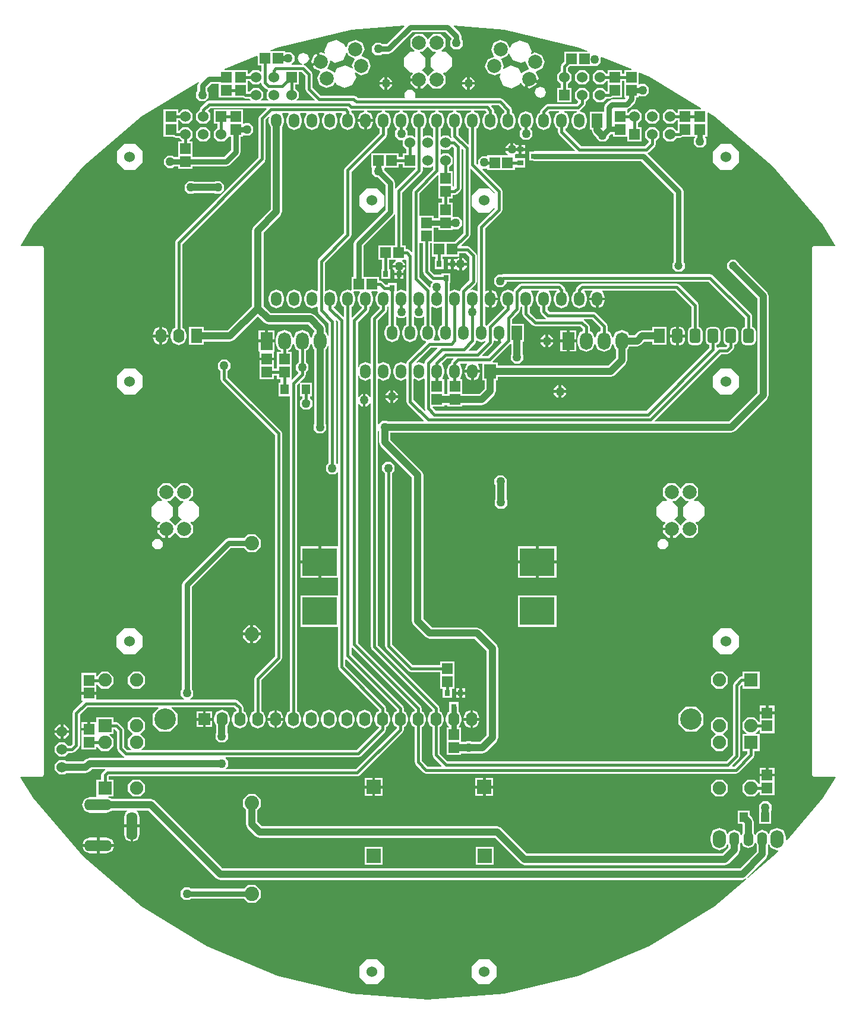
<source format=gbl>
G04*
G04 #@! TF.GenerationSoftware,Altium Limited,CircuitMaker,2.2.1 (2.2.1.6)*
G04*
G04 Layer_Physical_Order=2*
G04 Layer_Color=11436288*
%FSLAX43Y43*%
%MOMM*%
G71*
G04*
G04 #@! TF.SameCoordinates,CDE1456F-32A5-43DE-B6C4-03E124C99B74*
G04*
G04*
G04 #@! TF.FilePolarity,Positive*
G04*
G01*
G75*
%ADD10R,1.550X1.550*%
%ADD11R,1.550X1.550*%
%ADD12R,0.800X0.900*%
%ADD16C,0.450*%
%ADD17C,0.800*%
%ADD18C,1.000*%
%ADD19R,2.032X2.032*%
%ADD20R,2.032X2.032*%
%ADD21R,5.000X4.000*%
%ADD22C,1.524*%
%ADD23O,1.524X2.000*%
%ADD24R,1.700X2.000*%
%ADD25C,1.200*%
%ADD26R,1.524X1.524*%
%ADD27O,1.600X2.000*%
%ADD28R,1.600X2.000*%
G04:AMPARAMS|DCode=29|XSize=1.524mm|YSize=2.032mm|CornerRadius=0.381mm|HoleSize=0mm|Usage=FLASHONLY|Rotation=0.000|XOffset=0mm|YOffset=0mm|HoleType=Round|Shape=RoundedRectangle|*
%AMROUNDEDRECTD29*
21,1,1.524,1.270,0,0,0.0*
21,1,0.762,2.032,0,0,0.0*
1,1,0.762,0.381,-0.635*
1,1,0.762,-0.381,-0.635*
1,1,0.762,-0.381,0.635*
1,1,0.762,0.381,0.635*
%
%ADD29ROUNDEDRECTD29*%
%ADD30R,1.524X2.032*%
%ADD31C,1.900*%
%ADD32R,1.900X1.900*%
%ADD33C,2.050*%
%ADD34O,1.524X2.000*%
%ADD35R,1.524X2.000*%
%ADD36O,1.800X2.500*%
%ADD37R,1.800X2.500*%
%ADD38C,3.048*%
%ADD39R,1.651X1.651*%
%ADD40C,2.000*%
%ADD41O,1.600X4.000*%
%ADD42O,4.000X1.600*%
%ADD43O,1.900X2.500*%
%ADD44O,1.400X2.000*%
%ADD45C,1.270*%
%ADD46R,1.194X1.397*%
%ADD47R,0.900X0.800*%
G36*
X523414Y193776D02*
Y192452D01*
X523925D01*
Y191632D01*
X523808Y191584D01*
X523574Y191817D01*
X522733D01*
X522215Y191300D01*
X522047D01*
Y191810D01*
X519989D01*
Y191810D01*
X519947Y191810D01*
Y191810D01*
X518718D01*
X518694Y191935D01*
X523309Y193846D01*
X523414Y193776D01*
D02*
G37*
G36*
X544327Y198066D02*
X541800Y195539D01*
X541168D01*
X540987Y195720D01*
X540250D01*
X539729Y195199D01*
Y194463D01*
X540250Y193942D01*
X540987D01*
X541168Y194123D01*
X542093D01*
X542594Y194330D01*
X545462Y197198D01*
X550200D01*
X551036Y196363D01*
Y196230D01*
X550854Y196049D01*
Y195313D01*
X551375Y194792D01*
X552112D01*
X552632Y195313D01*
Y196049D01*
X552451Y196230D01*
Y196656D01*
X552244Y197157D01*
X551358Y198043D01*
X551411Y198158D01*
X558572Y197594D01*
X569182Y195047D01*
X570419Y194535D01*
X570395Y194410D01*
X567139D01*
Y193060D01*
X566787Y192708D01*
X566635Y192341D01*
X566635Y192341D01*
Y191719D01*
X566137Y191222D01*
Y190380D01*
X566635Y189883D01*
Y189277D01*
X566137D01*
Y187245D01*
X568169D01*
Y189277D01*
X567672D01*
Y189883D01*
X568169Y190380D01*
Y191222D01*
X567672Y191719D01*
Y192126D01*
X567898Y192352D01*
X571047D01*
Y192419D01*
X571051Y192420D01*
X571788D01*
X572309Y192941D01*
Y193615D01*
X572424Y193704D01*
X576696Y191935D01*
X576672Y191810D01*
X575664D01*
Y191299D01*
X575372D01*
Y191810D01*
X573314D01*
Y191319D01*
X573152D01*
X572654Y191817D01*
X571813D01*
X571217Y191222D01*
Y190380D01*
X571813Y189785D01*
X572654D01*
X573152Y190283D01*
X573314D01*
Y189752D01*
Y188779D01*
X573152D01*
X572654Y189277D01*
X571813D01*
X571217Y188682D01*
Y187840D01*
X571813Y187245D01*
X572654D01*
X573152Y187742D01*
X573673D01*
X573673Y187742D01*
X574040Y187894D01*
X574048Y187902D01*
X575372D01*
Y189752D01*
Y190263D01*
X575664D01*
Y189752D01*
Y187902D01*
X575797D01*
X575846Y187785D01*
X575700Y187639D01*
X573943D01*
X573443Y187432D01*
X572993Y186982D01*
X572786Y186481D01*
Y185875D01*
X570812D01*
Y183367D01*
X571012D01*
Y183246D01*
X571251Y182669D01*
X571679Y182241D01*
Y182138D01*
X572200Y181617D01*
X572937D01*
X573457Y182138D01*
Y182394D01*
X573762Y182698D01*
X574039D01*
Y182327D01*
X576097D01*
X576137Y182217D01*
Y181645D01*
X578169D01*
Y183677D01*
X577672D01*
Y184283D01*
X578169Y184780D01*
Y185622D01*
X577574Y186217D01*
X576733D01*
X576240Y185724D01*
X576097D01*
Y186235D01*
X576097Y186235D01*
X576097D01*
X576201Y186309D01*
X576494Y186430D01*
X577194Y187130D01*
X577401Y187631D01*
Y187902D01*
X577722D01*
Y188065D01*
X577849Y188118D01*
X577925Y188042D01*
X578662D01*
X579182Y188563D01*
Y189299D01*
X578662Y189820D01*
X577925D01*
X577849Y189744D01*
X577830Y189745D01*
X577722Y189797D01*
Y191395D01*
X577828Y191466D01*
X579262Y190872D01*
X586629Y186357D01*
X586595Y186235D01*
X585439D01*
Y186235D01*
X585372Y186235D01*
Y186235D01*
X583314D01*
Y185724D01*
X583147D01*
X582654Y186217D01*
X581813D01*
X581217Y185622D01*
Y184780D01*
X581813Y184185D01*
X582654D01*
X583157Y184688D01*
X583314D01*
Y184177D01*
Y183179D01*
X583152D01*
X582654Y183677D01*
X581813D01*
X581217Y183082D01*
Y182240D01*
X581813Y181645D01*
X582654D01*
X583152Y182143D01*
X583648D01*
X583648Y182143D01*
X584015Y182294D01*
X584048Y182327D01*
X585372D01*
Y182327D01*
X585439Y182327D01*
Y182327D01*
X585748D01*
X585755Y182200D01*
X585579Y182024D01*
Y181288D01*
X586100Y180767D01*
X586837D01*
X587357Y181288D01*
Y182024D01*
X587182Y182200D01*
X587189Y182327D01*
X587497D01*
Y184177D01*
Y185695D01*
X587608Y185757D01*
X588566Y185171D01*
X596862Y178085D01*
X603949Y169788D01*
X605769Y166817D01*
X605707Y166706D01*
X602695D01*
X602501Y166625D01*
X602420Y166431D01*
Y91431D01*
X602501Y91237D01*
X602695Y91156D01*
X605724D01*
X605786Y91045D01*
X603949Y88046D01*
X598875Y82106D01*
X598748Y82153D01*
Y82567D01*
X598366Y83488D01*
X597445Y83870D01*
X596523Y83488D01*
X596323Y83005D01*
X596196D01*
X596075Y83297D01*
X595345Y83600D01*
X594615Y83297D01*
X594409Y82799D01*
X594281D01*
X594161Y83090D01*
Y84705D01*
X593922Y85282D01*
X593520Y85684D01*
Y86334D01*
X591818D01*
Y84428D01*
X592467D01*
X592529Y84367D01*
Y83090D01*
X592409Y82799D01*
X592281D01*
X592075Y83297D01*
X591345Y83600D01*
X590615Y83297D01*
X590494Y83005D01*
X590367D01*
X590167Y83488D01*
X589245Y83870D01*
X588323Y83488D01*
X587942Y82567D01*
Y81967D01*
X588323Y81045D01*
X589245Y80664D01*
X590167Y81045D01*
X590336Y81456D01*
X590482Y81474D01*
X590529Y81417D01*
Y81071D01*
X589630Y80172D01*
X561831D01*
X558170Y83833D01*
X557593Y84072D01*
X524031D01*
X523396Y84707D01*
Y86398D01*
X523859Y86861D01*
Y87921D01*
X523110Y88670D01*
X522050D01*
X521301Y87921D01*
Y86861D01*
X521764Y86398D01*
Y84369D01*
X522003Y83792D01*
X523116Y82679D01*
X523693Y82440D01*
X557255D01*
X560916Y78779D01*
X561493Y78540D01*
X589968D01*
X590545Y78779D01*
X591922Y80156D01*
X592161Y80733D01*
Y81444D01*
X592281Y81735D01*
X592409D01*
X592615Y81237D01*
X593345Y80934D01*
X594075Y81237D01*
X594281Y81735D01*
X594409D01*
X594529Y81444D01*
Y80421D01*
X592180Y78072D01*
X518406D01*
X508759Y87719D01*
X508182Y87958D01*
X502679D01*
X502129Y88186D01*
X502154Y88313D01*
X502847D01*
Y90721D01*
X502162D01*
Y91141D01*
X502208Y91188D01*
X537618D01*
X537618Y91188D01*
X537985Y91339D01*
X544123Y97477D01*
X544123Y97477D01*
X544275Y97844D01*
X544275Y97844D01*
Y98203D01*
X544563Y98322D01*
X544897Y99129D01*
Y99529D01*
X544563Y100336D01*
X544260Y100461D01*
Y100908D01*
X544260Y100908D01*
X544108Y101275D01*
X536787Y108596D01*
Y109500D01*
X536914Y109552D01*
X545775Y100691D01*
Y100454D01*
X545490Y100336D01*
X545156Y99529D01*
Y99129D01*
X545490Y98322D01*
X545778Y98203D01*
Y93228D01*
X545778Y93228D01*
X545930Y92861D01*
X547077Y91714D01*
X547443Y91563D01*
X547443Y91563D01*
X591568D01*
X591568Y91563D01*
X591935Y91714D01*
X594110Y93889D01*
X594110Y93889D01*
X594262Y94256D01*
X594262Y94256D01*
Y94813D01*
X594947D01*
Y97221D01*
X594441D01*
X594392Y97338D01*
X594887Y97833D01*
X595014Y97781D01*
Y97352D01*
X597072D01*
Y99202D01*
Y100031D01*
X595014D01*
Y99202D01*
Y99003D01*
X594887Y98951D01*
X594242Y99596D01*
X593245D01*
X592539Y98891D01*
Y97893D01*
X593094Y97338D01*
X593046Y97221D01*
X592539D01*
Y94813D01*
X593225D01*
Y94471D01*
X591354Y92599D01*
X591111D01*
X591062Y92717D01*
X592060Y93714D01*
X592060Y93714D01*
X592212Y94081D01*
Y103966D01*
X592422Y104176D01*
X592539Y104128D01*
Y103688D01*
X594947D01*
Y106096D01*
X592539D01*
Y105410D01*
X592404D01*
X592404Y105410D01*
X592038Y105259D01*
X592038Y105259D01*
X591327Y104548D01*
X591175Y104181D01*
X591175Y104181D01*
Y94296D01*
X590229Y93349D01*
X550458D01*
X549355Y94453D01*
Y98203D01*
X549643Y98322D01*
X549977Y99129D01*
Y99529D01*
X549643Y100336D01*
X549355Y100455D01*
Y100888D01*
X549203Y101255D01*
X540587Y109871D01*
Y140312D01*
X540714Y140380D01*
X540727Y140371D01*
Y138781D01*
X540966Y138204D01*
X545402Y133768D01*
Y113306D01*
X545641Y112729D01*
X547366Y111004D01*
X547943Y110765D01*
X554380D01*
X556077Y109068D01*
Y97044D01*
X555130Y96097D01*
X553935D01*
X553862Y96170D01*
X553125D01*
X553052Y96097D01*
X552422D01*
Y98160D01*
X552084D01*
Y98281D01*
X552183Y98322D01*
X552517Y99129D01*
Y99529D01*
X552183Y100336D01*
X552101Y100370D01*
Y101056D01*
X552047Y101186D01*
Y101760D01*
X551403D01*
X551393Y101764D01*
X551384Y101760D01*
X550739D01*
Y101186D01*
X550686Y101056D01*
Y100384D01*
X550570Y100336D01*
X550236Y99529D01*
Y99129D01*
X550570Y98322D01*
X550669Y98281D01*
Y98160D01*
X550364D01*
Y96102D01*
Y94252D01*
X552422D01*
Y94465D01*
X553052D01*
X553125Y94392D01*
X553862D01*
X553935Y94465D01*
X555468D01*
X556045Y94704D01*
X557471Y96129D01*
X557710Y96706D01*
Y109406D01*
X557471Y109983D01*
X555295Y112158D01*
X554718Y112397D01*
X548281D01*
X547035Y113644D01*
Y134106D01*
X546795Y134683D01*
X542359Y139119D01*
Y140140D01*
X590918D01*
X591495Y140379D01*
X596045Y144929D01*
X596285Y145506D01*
Y159635D01*
X596045Y160212D01*
X592026Y164231D01*
Y164285D01*
X591526Y164785D01*
X590819D01*
X590318Y164285D01*
Y163577D01*
X590819Y163077D01*
X590872D01*
X594652Y159297D01*
Y145844D01*
X590580Y141772D01*
X580069D01*
X580021Y141889D01*
X589469Y151338D01*
X590343D01*
X590343Y151338D01*
X590710Y151489D01*
X591220Y151999D01*
X591372Y152366D01*
X591372Y152366D01*
Y152666D01*
X591720Y152810D01*
X591922Y153296D01*
Y154566D01*
X591720Y155052D01*
X591234Y155253D01*
X590472D01*
X589986Y155052D01*
X589785Y154566D01*
Y153296D01*
X589986Y152810D01*
X590284Y152687D01*
X590302Y152548D01*
X590129Y152374D01*
X589254D01*
X589254Y152374D01*
X588959Y152252D01*
X588832Y152333D01*
Y152666D01*
X589180Y152810D01*
X589382Y153296D01*
Y154566D01*
X589180Y155052D01*
X588694Y155253D01*
X587932D01*
X587446Y155052D01*
X587245Y154566D01*
Y153296D01*
X587446Y152810D01*
X587795Y152666D01*
Y152191D01*
X578854Y143249D01*
X548808D01*
X548333Y143725D01*
X548385Y143852D01*
X549997D01*
Y144065D01*
X550489D01*
Y143852D01*
X552547D01*
Y144065D01*
X555368D01*
X555945Y144304D01*
X557160Y145519D01*
X557400Y146096D01*
Y147638D01*
X557687D01*
Y148076D01*
X573729D01*
X574307Y148315D01*
X575890Y149899D01*
X576130Y150476D01*
Y151970D01*
X576197Y151998D01*
X576369Y152415D01*
X577518D01*
X578096Y152654D01*
X578556Y153115D01*
X579677D01*
Y152661D01*
X581709D01*
Y155201D01*
X579677D01*
Y154747D01*
X578218D01*
X577641Y154508D01*
X577180Y154047D01*
X576369D01*
X576197Y154464D01*
X575313Y154830D01*
X574430Y154464D01*
X574112Y153696D01*
X573975D01*
X573657Y154464D01*
X573292Y154615D01*
Y155326D01*
X573292Y155326D01*
X573140Y155693D01*
X571610Y157223D01*
X571243Y157374D01*
X571243Y157374D01*
X565008D01*
X564727Y157656D01*
Y158083D01*
X564986Y158190D01*
X565308Y158968D01*
Y159444D01*
X564986Y160222D01*
X564886Y160263D01*
X564911Y160388D01*
X566039D01*
X566065Y160261D01*
X565971Y160222D01*
X565649Y159444D01*
Y158968D01*
X565971Y158190D01*
X566748Y157868D01*
X567526Y158190D01*
X567848Y158968D01*
Y159444D01*
X567526Y160222D01*
X567267Y160329D01*
Y160501D01*
X567267Y160501D01*
X567115Y160868D01*
X566710Y161273D01*
X566343Y161424D01*
X566343Y161424D01*
X561018D01*
X561018Y161424D01*
X560652Y161273D01*
X560003Y160624D01*
X559851Y160257D01*
X559734Y160293D01*
X559128Y160544D01*
X558351Y160222D01*
X558029Y159444D01*
Y158968D01*
X558351Y158190D01*
X558580Y158095D01*
X558595Y157966D01*
X556193Y155564D01*
X556113Y155372D01*
X556096Y155372D01*
X555837Y155479D01*
Y158065D01*
X555942Y158136D01*
X556388Y157951D01*
Y159206D01*
Y160461D01*
X555942Y160276D01*
X555837Y160347D01*
Y169216D01*
X558185Y171564D01*
X558337Y171931D01*
Y174531D01*
X558185Y174898D01*
X555443Y177640D01*
X555495Y177767D01*
X556087D01*
X556164Y177735D01*
Y177602D01*
X560072D01*
Y177853D01*
X560139Y177952D01*
X561547D01*
Y179260D01*
X560139D01*
X560072Y179359D01*
Y179660D01*
X560072Y179660D01*
X560072D01*
X560147Y179752D01*
X560247Y179852D01*
X560643D01*
Y180506D01*
Y181160D01*
X560247D01*
X560012Y181395D01*
X559843D01*
Y180506D01*
X559643D01*
Y180306D01*
X558754D01*
Y180138D01*
X559115Y179777D01*
X559066Y179660D01*
X556164D01*
Y179577D01*
X556087Y179545D01*
X555350D01*
X554829Y179024D01*
Y178433D01*
X554702Y178380D01*
X554568Y178514D01*
Y183498D01*
X554826Y183605D01*
X555148Y184383D01*
Y184859D01*
X554826Y185636D01*
X554224Y185886D01*
X554249Y186013D01*
X555879D01*
X556030Y185862D01*
X556009Y185718D01*
X555811Y185636D01*
X555489Y184859D01*
Y184383D01*
X555811Y183605D01*
X556588Y183283D01*
X557366Y183605D01*
X557688Y184383D01*
Y184859D01*
X557366Y185636D01*
X557108Y185743D01*
Y186034D01*
X557108Y186034D01*
X556957Y186401D01*
X556712Y186645D01*
X556761Y186763D01*
X557779D01*
X558612Y185930D01*
Y185744D01*
X558351Y185636D01*
X558029Y184859D01*
Y184383D01*
X558351Y183605D01*
X559128Y183283D01*
X559906Y183605D01*
X560228Y184383D01*
Y184859D01*
X559906Y185636D01*
X559648Y185743D01*
Y186144D01*
X559497Y186511D01*
X559497Y186511D01*
X558360Y187648D01*
X557993Y187799D01*
X557993Y187799D01*
X545904D01*
X545856Y187917D01*
X545907Y187969D01*
Y188593D01*
X545466Y189035D01*
X544841D01*
X544399Y188593D01*
Y187969D01*
X544451Y187917D01*
X544403Y187799D01*
X537708D01*
X537460Y188048D01*
X537093Y188199D01*
X537093Y188199D01*
X532383D01*
X531237Y189346D01*
Y191231D01*
X531237Y191231D01*
X531085Y191598D01*
X531085Y191598D01*
X530274Y192409D01*
X529974Y192533D01*
X529977Y192669D01*
X530506Y192862D01*
X530770Y193428D01*
X530557Y194015D01*
X529991Y194279D01*
X529404Y194065D01*
X529140Y193499D01*
X529353Y192912D01*
X529835Y192687D01*
X529807Y192560D01*
X528310D01*
X528257Y192687D01*
X528682Y193113D01*
Y193849D01*
X528162Y194370D01*
X527425D01*
X527322Y194413D01*
Y194510D01*
X525237D01*
X525212Y194635D01*
X526208Y195047D01*
X536818Y197594D01*
X544274Y198181D01*
X544327Y198066D01*
D02*
G37*
G36*
X530200Y191016D02*
Y189131D01*
X530200Y189131D01*
X530352Y188764D01*
X531549Y187567D01*
X531501Y187449D01*
X529025D01*
X528976Y187567D01*
X529249Y187840D01*
Y188682D01*
X528752Y189179D01*
Y189785D01*
X529249D01*
Y191524D01*
X529693D01*
X530200Y191016D01*
D02*
G37*
G36*
X522733Y189785D02*
X523574D01*
X523808Y190018D01*
X523940Y189971D01*
X524077Y189639D01*
X524577Y189139D01*
X524577Y189139D01*
X524844Y189029D01*
X524874Y188879D01*
X524677Y188682D01*
Y187840D01*
X524951Y187567D01*
X524902Y187449D01*
X523945D01*
X523896Y187567D01*
X524169Y187840D01*
Y188682D01*
X523574Y189277D01*
X522733D01*
X522235Y188779D01*
X522047D01*
Y189752D01*
Y190263D01*
X522255D01*
X522733Y189785D01*
D02*
G37*
G36*
X515030Y190050D02*
X514836Y189581D01*
Y188830D01*
X514654Y188649D01*
Y187913D01*
X515175Y187392D01*
X515912D01*
X516432Y187913D01*
Y188649D01*
X516251Y188830D01*
Y189288D01*
X516805Y189841D01*
X517889D01*
Y187902D01*
X519947D01*
Y187902D01*
X519989D01*
Y187902D01*
X521314D01*
X521322Y187894D01*
X521322Y187894D01*
X521688Y187743D01*
X521688Y187743D01*
X522235D01*
X522411Y187567D01*
X522362Y187449D01*
X516468D01*
X516468Y187449D01*
X516102Y187298D01*
X515327Y186523D01*
X515175Y186156D01*
X515175Y186156D01*
Y186119D01*
X514677Y185622D01*
Y184780D01*
X515273Y184185D01*
X516114D01*
X516709Y184780D01*
Y185622D01*
X516301Y186030D01*
X516683Y186413D01*
X524626D01*
X524674Y186295D01*
X523702Y185323D01*
X523550Y184956D01*
X523550Y184956D01*
Y179371D01*
X511787Y167608D01*
X511635Y167241D01*
X511635Y167241D01*
Y155057D01*
X511347Y154938D01*
X511013Y154131D01*
Y153731D01*
X511347Y152924D01*
X512153Y152590D01*
X512960Y152924D01*
X513294Y153731D01*
Y154131D01*
X512960Y154938D01*
X512672Y155057D01*
Y167026D01*
X524435Y178789D01*
X524587Y179156D01*
X524587Y179156D01*
Y184741D01*
X524994Y185148D01*
X525099Y185078D01*
X525009Y184859D01*
Y184383D01*
X525292Y183698D01*
Y171984D01*
X522866Y169558D01*
X522627Y168981D01*
Y158219D01*
X519155Y154747D01*
X515747D01*
Y155185D01*
X513639D01*
Y152677D01*
X515747D01*
Y153115D01*
X519493D01*
X520070Y153354D01*
X523443Y156727D01*
X524366Y155804D01*
X524943Y155565D01*
X530605D01*
X531497Y154673D01*
Y154492D01*
X531430Y154464D01*
X531112Y153696D01*
X530975D01*
X530657Y154464D01*
X529773Y154830D01*
X528890Y154464D01*
X528572Y153696D01*
X528435D01*
X528117Y154464D01*
X527233Y154830D01*
X526350Y154464D01*
X525984Y153581D01*
Y152881D01*
X526350Y151998D01*
X526715Y151847D01*
Y151685D01*
X526189D01*
Y149627D01*
Y149324D01*
X525722D01*
Y149627D01*
Y150456D01*
X523664D01*
Y149627D01*
Y147777D01*
X525722D01*
Y148288D01*
X526189D01*
Y147777D01*
X526700D01*
Y147258D01*
X526368D01*
Y145353D01*
X528025D01*
Y100466D01*
X527710Y100336D01*
X527376Y99529D01*
Y99129D01*
X527710Y98322D01*
X528516Y97988D01*
X529323Y98322D01*
X529657Y99129D01*
Y99529D01*
X529323Y100336D01*
X529062Y100444D01*
Y146966D01*
X529340Y147244D01*
X529467Y147192D01*
X529467Y147159D01*
X529467Y147159D01*
X529467Y147159D01*
Y145353D01*
X529825D01*
Y145045D01*
X529454Y144674D01*
Y143938D01*
X529975Y143417D01*
X530712D01*
X531232Y143938D01*
Y144674D01*
X531053Y144853D01*
X531035Y144898D01*
X530991Y144916D01*
X530862Y145045D01*
Y145353D01*
X531169D01*
Y147258D01*
X529566Y147258D01*
X529566D01*
X529534Y147258D01*
X529531Y147266D01*
X529481Y147385D01*
X530160Y148064D01*
X530160Y148064D01*
X530312Y148431D01*
Y148717D01*
X530682Y149088D01*
Y149824D01*
X530287Y150220D01*
Y151845D01*
X530657Y151998D01*
X530975Y152766D01*
X531112D01*
X531430Y151998D01*
X531497Y151970D01*
Y141392D01*
X531404Y141299D01*
Y140563D01*
X531925Y140042D01*
X532662D01*
X533182Y140563D01*
Y141299D01*
X533130Y141352D01*
Y151970D01*
X533197Y151998D01*
X533425Y152550D01*
X533550Y152525D01*
Y135845D01*
X533179Y135474D01*
Y134738D01*
X533700Y134217D01*
X534437D01*
X534733Y134513D01*
X534850Y134464D01*
Y123985D01*
X532468D01*
Y121731D01*
Y119477D01*
X534850D01*
Y116985D01*
X529514D01*
Y112477D01*
X534850D01*
Y106756D01*
X534850Y106756D01*
X535002Y106389D01*
X540698Y100693D01*
Y100455D01*
X540410Y100336D01*
X540076Y99529D01*
Y99129D01*
X540410Y98322D01*
X540676Y98212D01*
X540690Y98086D01*
X537529Y94924D01*
X506920D01*
X506871Y95042D01*
X507347Y95518D01*
Y96516D01*
X506659Y97204D01*
X507347Y97893D01*
Y98891D01*
X506642Y99596D01*
X505645D01*
X504939Y98891D01*
Y97893D01*
X505628Y97204D01*
X504939Y96516D01*
Y95518D01*
X505416Y95042D01*
X505367Y94924D01*
X504858D01*
X504412Y95371D01*
Y97781D01*
X504412Y97781D01*
X504260Y98148D01*
X503649Y98759D01*
X503282Y98910D01*
X503282Y98910D01*
X502847D01*
Y99596D01*
X500439D01*
Y99045D01*
X500397Y98935D01*
X499568D01*
Y97906D01*
X499368D01*
Y97706D01*
X498339D01*
Y96877D01*
Y95027D01*
X500397D01*
Y95381D01*
X500524Y95433D01*
X501145Y94813D01*
X502142D01*
X502847Y95518D01*
Y96516D01*
X502292Y97071D01*
X502341Y97188D01*
X502847D01*
Y97874D01*
X503068D01*
X503375Y97566D01*
Y95156D01*
X503375Y95156D01*
X503527Y94789D01*
X504277Y94039D01*
X504277Y94039D01*
X504434Y93974D01*
X504409Y93847D01*
X499443D01*
X498866Y93608D01*
X498551Y93293D01*
X496166D01*
X495966Y93493D01*
X495124D01*
X494529Y92898D01*
Y92056D01*
X495124Y91461D01*
X495966D01*
X496166Y91661D01*
X498889D01*
X499466Y91900D01*
X499781Y92215D01*
X501645D01*
X501670Y92090D01*
X501627Y92073D01*
X501277Y91723D01*
X501125Y91356D01*
X501125Y91356D01*
Y90721D01*
X500439D01*
Y88313D01*
X500325Y88283D01*
X499495D01*
X498688Y87949D01*
X498354Y87142D01*
X498688Y86335D01*
X499495Y86001D01*
X501895D01*
X502679Y86326D01*
X504791D01*
X504815Y86201D01*
X504688Y86149D01*
X504354Y85342D01*
Y84342D01*
X506636D01*
Y85342D01*
X506302Y86149D01*
X506175Y86201D01*
X506199Y86326D01*
X507844D01*
X517491Y76679D01*
X518068Y76440D01*
X592518D01*
X593049Y76660D01*
X593117Y76550D01*
X588566Y72663D01*
X579262Y66962D01*
X569182Y62787D01*
X558572Y60240D01*
X547695Y59384D01*
X536818Y60240D01*
X526208Y62787D01*
X516128Y66962D01*
X506824Y72663D01*
X498527Y79749D01*
X491441Y88046D01*
X489604Y91045D01*
X489666Y91156D01*
X492695D01*
X492889Y91237D01*
X492970Y91431D01*
Y166431D01*
X492889Y166625D01*
X492695Y166706D01*
X489683D01*
X489621Y166817D01*
X491441Y169788D01*
X498527Y178085D01*
X506824Y185171D01*
X514938Y190143D01*
X515030Y190050D01*
D02*
G37*
G36*
X541173Y185886D02*
X540571Y185636D01*
X540249Y184859D01*
Y184383D01*
X540571Y183605D01*
X540830Y183498D01*
Y182851D01*
X535902Y177923D01*
X535750Y177556D01*
X535750Y177556D01*
Y168571D01*
X532121Y164942D01*
X531969Y164575D01*
X531969Y164575D01*
Y160358D01*
X531842Y160273D01*
X531188Y160544D01*
X530411Y160222D01*
X530089Y159444D01*
Y158968D01*
X530411Y158190D01*
X531188Y157868D01*
X531842Y158139D01*
X531969Y158054D01*
Y157562D01*
X531969Y157562D01*
X532121Y157195D01*
X533550Y155766D01*
Y153937D01*
X533425Y153912D01*
X533197Y154464D01*
X533130Y154492D01*
Y155011D01*
X532891Y155588D01*
X531521Y156958D01*
X530943Y157197D01*
X525281D01*
X524260Y158219D01*
Y168643D01*
X526685Y171069D01*
X526924Y171646D01*
Y183698D01*
X527208Y184383D01*
Y184859D01*
X526928Y185536D01*
X527013Y185663D01*
X527744D01*
X527829Y185536D01*
X527549Y184859D01*
Y184383D01*
X527871Y183605D01*
X528648Y183283D01*
X529426Y183605D01*
X529748Y184383D01*
Y184859D01*
X529468Y185536D01*
X529553Y185663D01*
X530284D01*
X530369Y185536D01*
X530089Y184859D01*
Y184383D01*
X530411Y183605D01*
X531188Y183283D01*
X531966Y183605D01*
X532288Y184383D01*
Y184859D01*
X532008Y185536D01*
X532093Y185663D01*
X532824D01*
X532909Y185536D01*
X532629Y184859D01*
Y184383D01*
X532951Y183605D01*
X533728Y183283D01*
X534506Y183605D01*
X534828Y184383D01*
Y184859D01*
X534548Y185536D01*
X534633Y185663D01*
X535364D01*
X535449Y185536D01*
X535169Y184859D01*
Y184383D01*
X535491Y183605D01*
X536268Y183283D01*
X537046Y183605D01*
X537368Y184383D01*
Y184859D01*
X537046Y185636D01*
X536799Y185739D01*
X536787Y185856D01*
X536775Y185886D01*
X536859Y186013D01*
X538607D01*
X538633Y185886D01*
X538031Y185636D01*
X537709Y184859D01*
Y184821D01*
X539908D01*
Y184859D01*
X539586Y185636D01*
X538984Y185886D01*
X539009Y186013D01*
X541147D01*
X541173Y185886D01*
D02*
G37*
G36*
X548793D02*
X548191Y185636D01*
X547869Y184859D01*
Y184383D01*
X548191Y183605D01*
X548449Y183498D01*
Y182273D01*
X548332Y182225D01*
X548089Y182467D01*
X547248D01*
X547063Y182283D01*
X546946Y182331D01*
Y183497D01*
X547206Y183605D01*
X547528Y184383D01*
Y184859D01*
X547206Y185636D01*
X546604Y185886D01*
X546629Y186013D01*
X548767D01*
X548793Y185886D01*
D02*
G37*
G36*
X546253D02*
X545651Y185636D01*
X545329Y184859D01*
Y184383D01*
X545651Y183605D01*
X545909Y183498D01*
Y182273D01*
X545792Y182225D01*
X545549Y182467D01*
X544782D01*
Y183099D01*
X544488Y183394D01*
X544518Y183544D01*
X544666Y183605D01*
X544988Y184383D01*
Y184859D01*
X544666Y185636D01*
X544064Y185886D01*
X544089Y186013D01*
X546227D01*
X546253Y185886D01*
D02*
G37*
G36*
X551333D02*
X550731Y185636D01*
X550409Y184859D01*
Y184383D01*
X550731Y183605D01*
X550992Y183497D01*
Y182389D01*
X550992Y182389D01*
X551066Y182210D01*
X550958Y182138D01*
X550629Y182467D01*
X549788D01*
X549603Y182283D01*
X549486Y182331D01*
Y183497D01*
X549746Y183605D01*
X550068Y184383D01*
Y184859D01*
X549746Y185636D01*
X549144Y185886D01*
X549169Y186013D01*
X551307D01*
X551333Y185886D01*
D02*
G37*
G36*
X553873D02*
X553271Y185636D01*
X552949Y184859D01*
Y184383D01*
X553271Y183605D01*
X553532Y183497D01*
Y181267D01*
X553414Y181218D01*
X552028Y182604D01*
Y183498D01*
X552286Y183605D01*
X552608Y184383D01*
Y184859D01*
X552286Y185636D01*
X551684Y185886D01*
X551709Y186013D01*
X553847D01*
X553873Y185886D01*
D02*
G37*
G36*
X551425Y180666D02*
Y175261D01*
X551374Y175223D01*
X551247Y175287D01*
Y177385D01*
X550727D01*
Y177993D01*
X551224Y178490D01*
Y179332D01*
X550629Y179927D01*
X549788D01*
X549603Y179743D01*
X549486Y179791D01*
Y180571D01*
X549603Y180619D01*
X549788Y180435D01*
X550629D01*
X551127Y180933D01*
X551159D01*
X551425Y180666D01*
D02*
G37*
G36*
X543713Y185886D02*
X543111Y185636D01*
X542789Y184859D01*
Y184383D01*
X543111Y183605D01*
X543266Y183541D01*
X543296Y183391D01*
X543004Y183099D01*
Y182363D01*
X543525Y181842D01*
X544112D01*
Y181030D01*
X544610Y180533D01*
Y179927D01*
X544112D01*
Y179424D01*
X543497D01*
Y179935D01*
X539589D01*
Y177877D01*
X539697D01*
X539729Y177799D01*
Y177063D01*
X540250Y176542D01*
X540506D01*
X541611Y175438D01*
Y171874D01*
X537318Y167582D01*
X537111Y167081D01*
Y162360D01*
X536789D01*
Y160442D01*
X536684Y160372D01*
X536268Y160544D01*
X535491Y160222D01*
X535169Y159444D01*
Y158968D01*
X535491Y158190D01*
X535750Y158083D01*
Y156687D01*
X535623Y156635D01*
X534291Y157966D01*
X534312Y158110D01*
X534506Y158190D01*
X534828Y158968D01*
Y159444D01*
X534506Y160222D01*
X533728Y160544D01*
X533111Y160288D01*
X533006Y160359D01*
Y164360D01*
X536635Y167989D01*
X536635Y167989D01*
X536787Y168356D01*
Y177341D01*
X541715Y182269D01*
X541867Y182636D01*
Y183498D01*
X542126Y183605D01*
X542448Y184383D01*
Y184859D01*
X542126Y185636D01*
X541524Y185886D01*
X541549Y186013D01*
X543687D01*
X543713Y185886D01*
D02*
G37*
G36*
X548449Y178089D02*
Y177695D01*
X545602Y174848D01*
X545450Y174481D01*
X545450Y174481D01*
Y165949D01*
X545333Y165900D01*
X545035Y166198D01*
X544668Y166349D01*
X544668Y166349D01*
X544547D01*
Y166835D01*
X544037D01*
Y174366D01*
X546794Y177123D01*
X546794Y177123D01*
X546946Y177490D01*
X546946Y177490D01*
Y178031D01*
X547063Y178079D01*
X547248Y177895D01*
X548089D01*
X548332Y178137D01*
X548449Y178089D01*
D02*
G37*
G36*
X544112Y177895D02*
X545909D01*
Y177705D01*
X543153Y174949D01*
X543130Y174949D01*
X543026Y174970D01*
Y175731D01*
X542819Y176232D01*
X541507Y177543D01*
Y177799D01*
X541540Y177877D01*
X543497D01*
Y178388D01*
X544112D01*
Y177895D01*
D02*
G37*
G36*
X557245Y174371D02*
X557238Y174333D01*
X557101Y174290D01*
X556420Y174971D01*
X554967D01*
X553939Y173944D01*
Y172490D01*
X554967Y171463D01*
X556420D01*
X557084Y172127D01*
X557222Y172085D01*
X557225Y172071D01*
X554952Y169798D01*
X554800Y169431D01*
X554800Y169431D01*
Y160347D01*
X554694Y160276D01*
X554048Y160544D01*
X553822Y160450D01*
X553751Y160555D01*
X554510Y161314D01*
X554662Y161681D01*
X554662Y161681D01*
Y165381D01*
X554510Y165748D01*
X554510Y165748D01*
X553660Y166598D01*
X553293Y166749D01*
X553293Y166749D01*
X552511D01*
X552462Y166867D01*
X553585Y167989D01*
X553737Y168356D01*
X553737Y168356D01*
Y177713D01*
X553854Y177762D01*
X557245Y174371D01*
D02*
G37*
G36*
X552700Y180466D02*
Y168571D01*
X551439Y167310D01*
X548547D01*
Y169002D01*
Y169323D01*
X549189D01*
Y169002D01*
X551247D01*
Y169120D01*
X551300Y169142D01*
X552037D01*
X552557Y169663D01*
Y170399D01*
X552037Y170920D01*
X551300D01*
X551247Y170942D01*
Y172910D01*
X550737D01*
Y173477D01*
X551247D01*
Y173988D01*
X551468D01*
X551468Y173988D01*
X551835Y174139D01*
X552310Y174614D01*
X552462Y174981D01*
Y180538D01*
X552579Y180587D01*
X552700Y180466D01*
D02*
G37*
G36*
X549189Y176803D02*
Y175327D01*
Y173477D01*
X549700D01*
Y172910D01*
X549189D01*
Y170739D01*
X548547D01*
Y171060D01*
X546489D01*
X546487Y171186D01*
Y174266D01*
X549072Y176851D01*
X549189Y176803D01*
D02*
G37*
G36*
X547000Y163056D02*
X547000Y163056D01*
X547152Y162689D01*
X548027Y161814D01*
X548337Y161686D01*
X548375Y161545D01*
X548079Y161249D01*
Y160883D01*
X547952Y160830D01*
X546487Y162296D01*
Y167026D01*
X546489Y167152D01*
X547000D01*
Y163056D01*
D02*
G37*
G36*
X548239Y165252D02*
X548750D01*
Y164885D01*
X548639D01*
Y163477D01*
X549947D01*
Y164885D01*
X549787D01*
Y165252D01*
X552147D01*
Y165713D01*
X553079D01*
X553625Y165166D01*
Y161896D01*
X552402Y160673D01*
X552250Y160306D01*
X552133Y160285D01*
X551508Y160544D01*
X550867Y160278D01*
X550762Y160349D01*
Y161477D01*
X550897D01*
Y162885D01*
X549589D01*
Y162699D01*
X548608D01*
X548037Y163271D01*
Y167152D01*
X548239D01*
Y165252D01*
D02*
G37*
G36*
X543000Y171192D02*
Y166835D01*
X540639D01*
Y164777D01*
X541150D01*
Y163460D01*
X541014D01*
Y162052D01*
X542322D01*
Y163460D01*
X542187D01*
Y164777D01*
X543053D01*
X543105Y164650D01*
X542679Y164224D01*
Y164056D01*
X544457D01*
Y164224D01*
X544032Y164650D01*
X544084Y164777D01*
X544547D01*
X544640Y164694D01*
Y160347D01*
X544534Y160276D01*
X543888Y160544D01*
X543378Y160332D01*
X543272Y160403D01*
Y161460D01*
X541964D01*
Y161274D01*
X541683D01*
X541260Y161698D01*
X540893Y161849D01*
X540893Y161849D01*
X540697D01*
Y162360D01*
X538526D01*
Y166788D01*
X542819Y171080D01*
X542875Y171217D01*
X543000Y171192D01*
D02*
G37*
G36*
X538011Y160175D02*
X537709Y159444D01*
Y158968D01*
X538031Y158190D01*
X538292Y158082D01*
Y157962D01*
X536914Y156585D01*
X536787Y156637D01*
Y158083D01*
X537046Y158190D01*
X537368Y158968D01*
Y159444D01*
X537065Y160175D01*
X537132Y160302D01*
X537945D01*
X538011Y160175D01*
D02*
G37*
G36*
X563531Y160263D02*
X563431Y160222D01*
X563109Y159444D01*
Y158968D01*
X563431Y158190D01*
X563690Y158083D01*
Y157441D01*
X563690Y157441D01*
X563842Y157074D01*
X564427Y156489D01*
X564427Y156489D01*
X564534Y156445D01*
X564493Y156324D01*
X563158D01*
X562187Y157296D01*
Y158083D01*
X562446Y158190D01*
X562768Y158968D01*
Y159444D01*
X562446Y160222D01*
X562346Y160263D01*
X562371Y160388D01*
X563506D01*
X563531Y160263D01*
D02*
G37*
G36*
X572255Y155111D02*
Y154615D01*
X571890Y154464D01*
X571572Y153696D01*
X571435D01*
X571117Y154464D01*
X570752Y154615D01*
Y155191D01*
X570600Y155558D01*
X570600Y155558D01*
X569985Y156173D01*
X569893Y156211D01*
X569919Y156338D01*
X571029D01*
X572255Y155111D01*
D02*
G37*
G36*
X548968Y157868D02*
X549619Y158138D01*
X549725Y158067D01*
Y155481D01*
X549461Y155372D01*
X549139Y154594D01*
Y154118D01*
X549425Y153426D01*
X549340Y153299D01*
X548597D01*
X548512Y153426D01*
X548798Y154118D01*
Y154594D01*
X548476Y155372D01*
X548188Y155491D01*
Y158054D01*
X548315Y158139D01*
X548968Y157868D01*
D02*
G37*
G36*
X558058Y153101D02*
X558137Y153133D01*
X558207Y153028D01*
X556229Y151049D01*
X555461D01*
X555412Y151167D01*
X556926Y152680D01*
X556926Y152680D01*
X557078Y153047D01*
X557078Y153047D01*
Y153204D01*
X557205Y153289D01*
X557658Y153101D01*
Y154356D01*
X558058D01*
Y153101D01*
D02*
G37*
G36*
X555318Y153018D02*
X555830Y153230D01*
X555902Y153122D01*
X554579Y151799D01*
X553511D01*
X553462Y151917D01*
X554415Y152869D01*
X554415Y152869D01*
X554567Y153236D01*
X554684Y153281D01*
X555318Y153018D01*
D02*
G37*
G36*
X561150Y158083D02*
Y157081D01*
X561150Y157081D01*
X561302Y156714D01*
X562577Y155439D01*
X562577Y155439D01*
X562943Y155288D01*
X569404D01*
X569715Y154976D01*
Y154615D01*
X569350Y154464D01*
X568984Y153581D01*
Y152881D01*
X569350Y151998D01*
X570233Y151632D01*
X571117Y151998D01*
X571435Y152766D01*
X571572D01*
X571890Y151998D01*
X572773Y151632D01*
X573657Y151998D01*
X573975Y152766D01*
X574112D01*
X574430Y151998D01*
X574497Y151970D01*
Y150814D01*
X573391Y149708D01*
X557687D01*
Y150146D01*
X556971D01*
X556919Y150273D01*
X559455Y152810D01*
X559582Y152757D01*
Y151352D01*
X559504Y151274D01*
Y150538D01*
X560025Y150017D01*
X560762D01*
X561282Y150538D01*
Y151274D01*
X561215Y151342D01*
Y153102D01*
X561414D01*
Y155610D01*
X559676D01*
Y156305D01*
X560736Y157365D01*
X560736Y157365D01*
X560888Y157732D01*
Y158054D01*
X561015Y158139D01*
X561150Y158083D01*
D02*
G37*
G36*
X540551Y160175D02*
X540249Y159444D01*
Y158968D01*
X540571Y158190D01*
X540832Y158082D01*
Y157877D01*
X539702Y156748D01*
X539550Y156381D01*
X539550Y156381D01*
Y150035D01*
X539444Y149964D01*
X538803Y150230D01*
X538026Y149908D01*
X537836Y149450D01*
X537712Y149475D01*
Y155916D01*
X539177Y157381D01*
X539328Y157748D01*
X539328Y157748D01*
Y158084D01*
X539586Y158190D01*
X539908Y158968D01*
Y159444D01*
X539605Y160175D01*
X539672Y160302D01*
X540485D01*
X540551Y160175D01*
D02*
G37*
G36*
X542100Y158065D02*
Y155479D01*
X541841Y155372D01*
X541519Y154594D01*
Y154118D01*
X541841Y153340D01*
X542618Y153018D01*
X543396Y153340D01*
X543718Y154118D01*
Y154594D01*
X543396Y155372D01*
X543137Y155479D01*
Y156689D01*
X543254Y156738D01*
X543525Y156467D01*
X544262D01*
X544523Y156728D01*
X544640Y156679D01*
Y155479D01*
X544381Y155372D01*
X544059Y154594D01*
Y154118D01*
X544381Y153340D01*
X545158Y153018D01*
X545936Y153340D01*
X546258Y154118D01*
Y154594D01*
X545936Y155372D01*
X545677Y155479D01*
Y156674D01*
X545794Y156723D01*
X546050Y156467D01*
X546787D01*
X547034Y156714D01*
X547151Y156665D01*
Y155467D01*
X546921Y155372D01*
X546599Y154594D01*
Y154118D01*
X546921Y153340D01*
X547380Y153150D01*
X547405Y153026D01*
X544777Y150398D01*
X544625Y150031D01*
X544625Y150031D01*
X544525Y149964D01*
X543883Y150230D01*
X543106Y149908D01*
X542784Y149130D01*
Y148654D01*
X543106Y147876D01*
X543883Y147554D01*
X544519Y147818D01*
X544625Y147747D01*
Y144581D01*
X544625Y144581D01*
X544777Y144214D01*
X547102Y141889D01*
X547053Y141772D01*
X541960D01*
X541912Y141820D01*
X541175D01*
X540714Y141359D01*
X540587Y141411D01*
Y147753D01*
X540692Y147824D01*
X541343Y147554D01*
X542121Y147876D01*
X542443Y148654D01*
Y149130D01*
X542121Y149908D01*
X541343Y150230D01*
X540692Y149960D01*
X540587Y150031D01*
Y156166D01*
X541717Y157296D01*
X541717Y157296D01*
X541868Y157663D01*
X541868Y157663D01*
Y158084D01*
X541994Y158136D01*
X542100Y158065D01*
D02*
G37*
G36*
X549049Y152145D02*
X547348Y150444D01*
X547196Y150077D01*
X547196Y150077D01*
Y150024D01*
X547090Y149953D01*
X546423Y150230D01*
X546130Y150108D01*
X546059Y150214D01*
X548108Y152263D01*
X549001D01*
X549049Y152145D01*
D02*
G37*
G36*
X555479Y147638D02*
X555767D01*
Y146434D01*
X555030Y145697D01*
X552547D01*
Y147760D01*
X552331D01*
X552285Y147887D01*
X552603Y148654D01*
Y149130D01*
X552290Y149886D01*
X552342Y150013D01*
X553205D01*
X553257Y149886D01*
X552944Y149130D01*
Y149092D01*
X555143D01*
Y149130D01*
X554830Y149886D01*
X554882Y150013D01*
X555479D01*
Y147638D01*
D02*
G37*
G36*
X528890Y151998D02*
X529250Y151849D01*
Y150170D01*
X528904Y149824D01*
Y149088D01*
X529236Y148756D01*
Y148606D01*
X528352Y147723D01*
X528247Y147798D01*
Y149627D01*
Y151685D01*
X527752D01*
Y151847D01*
X528117Y151998D01*
X528435Y152766D01*
X528572D01*
X528890Y151998D01*
D02*
G37*
G36*
X547196Y147760D02*
Y143610D01*
X547196Y143610D01*
X547315Y143322D01*
X547208Y143250D01*
X545662Y144796D01*
Y147755D01*
X545767Y147826D01*
X546423Y147554D01*
X547090Y147831D01*
X547196Y147760D01*
D02*
G37*
G36*
X551324Y150645D02*
X551137Y150458D01*
X550985Y150091D01*
X550921Y149989D01*
X550726Y149908D01*
X550404Y149130D01*
Y148654D01*
X550721Y147887D01*
X550676Y147760D01*
X550489D01*
Y145697D01*
X549997D01*
Y147760D01*
X549791D01*
X549745Y147887D01*
X550063Y148654D01*
Y149130D01*
X549741Y149908D01*
X549696Y149926D01*
X549671Y150051D01*
X550383Y150763D01*
X551276D01*
X551324Y150645D01*
D02*
G37*
G36*
X538026Y147876D02*
X538803Y147554D01*
X539444Y147820D01*
X539550Y147749D01*
Y145261D01*
X539423Y145209D01*
X538962Y145670D01*
X538793D01*
Y144781D01*
Y143892D01*
X538962D01*
X539423Y144353D01*
X539550Y144301D01*
Y109656D01*
X539550Y109656D01*
X539702Y109289D01*
X548318Y100673D01*
Y100455D01*
X548030Y100336D01*
X547696Y99529D01*
Y99129D01*
X548030Y98322D01*
X548318Y98203D01*
Y94238D01*
X548318Y94238D01*
X548470Y93871D01*
X549624Y92717D01*
X549576Y92599D01*
X547658D01*
X546815Y93443D01*
Y98203D01*
X547103Y98322D01*
X547437Y99129D01*
Y99529D01*
X547103Y100336D01*
X546812Y100456D01*
Y100906D01*
X546812Y100906D01*
X546660Y101273D01*
X537712Y110221D01*
Y127152D01*
X537712Y127152D01*
Y144239D01*
X537829Y144288D01*
X538225Y143892D01*
X538393D01*
Y144781D01*
Y145670D01*
X538225D01*
X537829Y145274D01*
X537712Y145323D01*
Y148309D01*
X537836Y148334D01*
X538026Y147876D01*
D02*
G37*
G36*
X534850Y155941D02*
Y135748D01*
X534733Y135699D01*
X534587Y135845D01*
Y155981D01*
X534587Y155981D01*
X534556Y156056D01*
X534664Y156128D01*
X534850Y155941D01*
D02*
G37*
G36*
X543223Y100693D02*
Y100449D01*
X542950Y100336D01*
X542616Y99529D01*
Y99129D01*
X542950Y98322D01*
X543238Y98203D01*
Y98059D01*
X537404Y92224D01*
X518935D01*
X518886Y92342D01*
X519207Y92663D01*
Y93399D01*
X518836Y93770D01*
X518885Y93888D01*
X537743D01*
X537743Y93888D01*
X538110Y94039D01*
X541583Y97512D01*
X541583Y97512D01*
X541735Y97879D01*
X541735Y97879D01*
Y98203D01*
X542023Y98322D01*
X542357Y99129D01*
Y99529D01*
X542023Y100336D01*
X541735Y100455D01*
Y100908D01*
X541583Y101275D01*
X541583Y101275D01*
X535887Y106971D01*
Y107850D01*
X536014Y107902D01*
X543223Y100693D01*
D02*
G37*
G36*
X596354Y81456D02*
X596523Y81045D01*
X597445Y80664D01*
X597501Y80687D01*
X597575Y80584D01*
X596862Y79749D01*
X593321Y76724D01*
X593234Y76818D01*
X595922Y79506D01*
X596161Y80083D01*
Y81417D01*
X596208Y81474D01*
X596354Y81456D01*
D02*
G37*
%LPC*%
G36*
X549483Y196935D02*
X548444D01*
X547777Y196268D01*
X547693Y196211D01*
X547610Y196268D01*
X546943Y196935D01*
X545904D01*
X545169Y196200D01*
Y195162D01*
X545779Y194552D01*
X545730Y194435D01*
X545170D01*
X544289Y193554D01*
Y192308D01*
X545170Y191427D01*
X545480D01*
X545529Y191310D01*
X545169Y190950D01*
Y190631D01*
X546423D01*
Y190431D01*
X546623D01*
Y189177D01*
X546943D01*
X547610Y189844D01*
X547693Y189901D01*
X547777Y189844D01*
X548444Y189177D01*
X549483D01*
X550217Y189912D01*
Y190950D01*
X549858Y191310D01*
X549907Y191427D01*
X550216D01*
X551097Y192308D01*
Y193554D01*
X550216Y194435D01*
X549657D01*
X549608Y194552D01*
X550217Y195162D01*
Y196200D01*
X549483Y196935D01*
D02*
G37*
G36*
X537402Y196157D02*
X536426Y195802D01*
X536062Y195021D01*
X535935Y195026D01*
X535744Y195552D01*
X534615Y196079D01*
X533444Y195653D01*
X532917Y194523D01*
X533023Y194232D01*
X532929Y194147D01*
X532469Y194361D01*
X532169Y194252D01*
X532598Y193074D01*
X532410Y193005D01*
X532478Y192817D01*
X531300Y192389D01*
X531409Y192088D01*
X532265Y191689D01*
X532346Y191631D01*
X532321Y191533D01*
X531922Y190678D01*
X532278Y189702D01*
X533219Y189262D01*
X534196Y189618D01*
X534410Y190078D01*
X534537Y190073D01*
X534643Y189782D01*
X535772Y189255D01*
X536943Y189681D01*
X537470Y190811D01*
X537278Y191336D01*
X537372Y191422D01*
X538153Y191058D01*
X539129Y191413D01*
X539568Y192355D01*
X539213Y193331D01*
X538357Y193730D01*
X538276Y193789D01*
X538300Y193886D01*
X538699Y194742D01*
X538344Y195718D01*
X537402Y196157D01*
D02*
G37*
G36*
X531793Y194115D02*
X531493Y194006D01*
X531054Y193065D01*
X531163Y192764D01*
X532153Y193125D01*
X531793Y194115D01*
D02*
G37*
G36*
X557984Y196110D02*
X557043Y195671D01*
X556688Y194695D01*
X557086Y193839D01*
X557111Y193742D01*
X557030Y193683D01*
X556174Y193284D01*
X555819Y192308D01*
X556258Y191366D01*
X557234Y191011D01*
X558015Y191375D01*
X558109Y191289D01*
X557917Y190763D01*
X558444Y189634D01*
X559615Y189208D01*
X560744Y189735D01*
X560850Y190026D01*
X560977Y190031D01*
X561191Y189571D01*
X561491Y189461D01*
X561920Y190640D01*
X562108Y190571D01*
X562177Y190759D01*
X563355Y190330D01*
X563464Y190631D01*
X563065Y191486D01*
X563041Y191583D01*
X563122Y191642D01*
X563978Y192041D01*
X564333Y193017D01*
X563894Y193959D01*
X562918Y194314D01*
X562457Y194100D01*
X562364Y194185D01*
X562470Y194476D01*
X561943Y195605D01*
X560772Y196032D01*
X559643Y195505D01*
X559452Y194979D01*
X559325Y194974D01*
X558961Y195755D01*
X557984Y196110D01*
D02*
G37*
G36*
X553837Y190820D02*
X553668D01*
Y190131D01*
X554357D01*
Y190299D01*
X553837Y190820D01*
D02*
G37*
G36*
X553268D02*
X553100D01*
X552579Y190299D01*
Y190131D01*
X553268D01*
Y190820D01*
D02*
G37*
G36*
X542062D02*
X541893D01*
Y190131D01*
X542582D01*
Y190299D01*
X542062Y190820D01*
D02*
G37*
G36*
X541493D02*
X541325D01*
X540804Y190299D01*
Y190131D01*
X541493D01*
Y190820D01*
D02*
G37*
G36*
X570114Y191817D02*
X569273D01*
X568677Y191222D01*
Y190380D01*
X569273Y189785D01*
X570114D01*
X570709Y190380D01*
Y191222D01*
X570114Y191817D01*
D02*
G37*
G36*
X562228Y190315D02*
X561867Y189325D01*
X562167Y189215D01*
X563109Y189654D01*
X563218Y189955D01*
X562228Y190315D01*
D02*
G37*
G36*
X546223Y190231D02*
X545169D01*
Y189912D01*
X545904Y189177D01*
X546223D01*
Y190231D01*
D02*
G37*
G36*
X554357Y189731D02*
X553668D01*
Y189042D01*
X553837D01*
X554357Y189563D01*
Y189731D01*
D02*
G37*
G36*
X553268D02*
X552579D01*
Y189563D01*
X553100Y189042D01*
X553268D01*
Y189731D01*
D02*
G37*
G36*
X542582D02*
X541893D01*
Y189042D01*
X542062D01*
X542582Y189563D01*
Y189731D01*
D02*
G37*
G36*
X541493D02*
X540804D01*
Y189563D01*
X541325Y189042D01*
X541493D01*
Y189731D01*
D02*
G37*
G36*
X563659Y189458D02*
X563093Y189194D01*
X562879Y188607D01*
X563143Y188041D01*
X563730Y187827D01*
X564296Y188091D01*
X564510Y188678D01*
X564246Y189244D01*
X563659Y189458D01*
D02*
G37*
G36*
X570114Y189277D02*
X569273D01*
X568677Y188682D01*
Y187840D01*
X569118Y187399D01*
Y187239D01*
X568854Y186974D01*
X564793D01*
X564793Y186974D01*
X564427Y186823D01*
X563843Y186239D01*
X563692Y185873D01*
X563692Y185873D01*
Y185744D01*
X563431Y185636D01*
X563109Y184859D01*
Y184383D01*
X563431Y183605D01*
X564208Y183283D01*
X564986Y183605D01*
X565308Y184383D01*
Y184859D01*
X564986Y185636D01*
X564894Y185674D01*
X564869Y185799D01*
X565008Y185938D01*
X566373D01*
X566398Y185813D01*
X565971Y185636D01*
X565649Y184859D01*
Y184383D01*
X565971Y183605D01*
X566232Y183497D01*
Y182999D01*
X566232Y182999D01*
X566383Y182633D01*
X568635Y180381D01*
X568586Y180264D01*
X562843D01*
X562713Y180210D01*
X562139D01*
Y179565D01*
X562135Y179556D01*
X562139Y179547D01*
Y178902D01*
X562713D01*
X562843Y178848D01*
X578075D01*
X582718Y174206D01*
Y164431D01*
X582571Y164285D01*
Y163577D01*
X583072Y163077D01*
X583779D01*
X584279Y163577D01*
Y164285D01*
X584133Y164431D01*
Y174499D01*
X583926Y175000D01*
X579009Y179917D01*
X579034Y180041D01*
X579210Y180114D01*
X580060Y180964D01*
X580212Y181331D01*
X580212Y181331D01*
Y181743D01*
X580709Y182240D01*
Y183082D01*
X580114Y183677D01*
X579273D01*
X578677Y183082D01*
Y182240D01*
X579175Y181743D01*
Y181546D01*
X578629Y180999D01*
X569483D01*
X567268Y183214D01*
Y183498D01*
X567526Y183605D01*
X567848Y184383D01*
Y184859D01*
X567526Y185636D01*
X567099Y185813D01*
X567124Y185938D01*
X568906D01*
X568932Y185811D01*
X568511Y185636D01*
X568189Y184859D01*
Y184383D01*
X568511Y183605D01*
X569288Y183283D01*
X570066Y183605D01*
X570388Y184383D01*
Y184859D01*
X570066Y185636D01*
X569369Y185925D01*
Y186062D01*
X569435Y186089D01*
X570060Y186714D01*
X570060Y186714D01*
X570212Y187081D01*
Y187343D01*
X570709Y187840D01*
Y188682D01*
X570114Y189277D01*
D02*
G37*
G36*
X580114Y186217D02*
X579273D01*
X578677Y185622D01*
Y184780D01*
X579273Y184185D01*
X580114D01*
X580709Y184780D01*
Y185622D01*
X580114Y186217D01*
D02*
G37*
G36*
X561668Y185958D02*
X560891Y185636D01*
X560569Y184859D01*
Y184383D01*
X560891Y183605D01*
X561043Y183542D01*
X561072Y183392D01*
X560804Y183124D01*
Y182388D01*
X561325Y181867D01*
X562062D01*
X562582Y182388D01*
Y183124D01*
X562283Y183423D01*
X562308Y183548D01*
X562446Y183605D01*
X562768Y184383D01*
Y184859D01*
X562446Y185636D01*
X561668Y185958D01*
D02*
G37*
G36*
X561547Y181160D02*
X561043D01*
Y180706D01*
X561547D01*
Y181160D01*
D02*
G37*
G36*
X559443Y181395D02*
X559275D01*
X558754Y180874D01*
Y180706D01*
X559443D01*
Y181395D01*
D02*
G37*
G36*
X561547Y180306D02*
X561043D01*
Y179852D01*
X561547D01*
Y180306D01*
D02*
G37*
G36*
X590961Y181285D02*
X589425D01*
X588339Y180199D01*
Y178663D01*
X589425Y177577D01*
X590961D01*
X592047Y178663D01*
Y180199D01*
X590961Y181285D01*
D02*
G37*
G36*
X583168Y161424D02*
X583168Y161424D01*
X569693D01*
X569693Y161424D01*
X569327Y161273D01*
X568922Y160868D01*
X568770Y160501D01*
X568770Y160501D01*
Y160329D01*
X568511Y160222D01*
X568189Y159444D01*
Y158968D01*
X568511Y158190D01*
X569288Y157868D01*
X570066Y158190D01*
X570388Y158968D01*
Y159444D01*
X570066Y160222D01*
X569972Y160261D01*
X569997Y160388D01*
X571126D01*
X571151Y160263D01*
X571051Y160222D01*
X570729Y159444D01*
Y159406D01*
X571828D01*
X572928D01*
Y159444D01*
X572606Y160222D01*
X572506Y160263D01*
X572531Y160388D01*
X582954D01*
X585255Y158086D01*
Y155196D01*
X584906Y155052D01*
X584705Y154566D01*
Y153296D01*
X584906Y152810D01*
X585392Y152609D01*
X586154D01*
X586640Y152810D01*
X586842Y153296D01*
Y154566D01*
X586640Y155052D01*
X586292Y155196D01*
Y158301D01*
X586292Y158301D01*
X586140Y158668D01*
X583535Y161273D01*
X583168Y161424D01*
D02*
G37*
G36*
X556788Y160461D02*
Y159406D01*
X557688D01*
Y159444D01*
X557366Y160222D01*
X556788Y160461D01*
D02*
G37*
G36*
X572928Y159006D02*
X572028D01*
Y157951D01*
X572606Y158190D01*
X572928Y158968D01*
Y159006D01*
D02*
G37*
G36*
X557688D02*
X556788D01*
Y157951D01*
X557366Y158190D01*
X557688Y158968D01*
Y159006D01*
D02*
G37*
G36*
X571628D02*
X570729D01*
Y158968D01*
X571051Y158190D01*
X571628Y157951D01*
Y159006D01*
D02*
G37*
G36*
X583614Y155253D02*
X583433D01*
Y154131D01*
X584302D01*
Y154566D01*
X584100Y155052D01*
X583614Y155253D01*
D02*
G37*
G36*
X583033D02*
X582852D01*
X582366Y155052D01*
X582165Y154566D01*
Y154131D01*
X583033D01*
Y155253D01*
D02*
G37*
G36*
X587893Y162724D02*
X587893Y162724D01*
X558393D01*
X558262Y162670D01*
X557625D01*
X557104Y162149D01*
Y161413D01*
X557625Y160892D01*
X558362D01*
X558882Y161413D01*
Y161688D01*
X587679D01*
X592875Y156491D01*
Y155196D01*
X592526Y155052D01*
X592325Y154566D01*
Y153296D01*
X592526Y152810D01*
X593012Y152609D01*
X593774D01*
X594260Y152810D01*
X594462Y153296D01*
Y154566D01*
X594260Y155052D01*
X593912Y155196D01*
Y156706D01*
X593912Y156706D01*
X593760Y157073D01*
X593760Y157073D01*
X588260Y162573D01*
X587893Y162724D01*
D02*
G37*
G36*
X584302Y153731D02*
X583433D01*
Y152609D01*
X583614D01*
X584100Y152810D01*
X584302Y153296D01*
Y153731D01*
D02*
G37*
G36*
X583033D02*
X582165D01*
Y153296D01*
X582366Y152810D01*
X582852Y152609D01*
X583033D01*
Y153731D01*
D02*
G37*
G36*
X566887Y146920D02*
X566718D01*
Y146231D01*
X567407D01*
Y146399D01*
X566887Y146920D01*
D02*
G37*
G36*
X566318D02*
X566150D01*
X565629Y146399D01*
Y146231D01*
X566318D01*
Y146920D01*
D02*
G37*
G36*
X590961Y149285D02*
X589425D01*
X588339Y148199D01*
Y146663D01*
X589425Y145577D01*
X590961D01*
X592047Y146663D01*
Y148199D01*
X590961Y149285D01*
D02*
G37*
G36*
X567407Y145831D02*
X566718D01*
Y145142D01*
X566887D01*
X567407Y145663D01*
Y145831D01*
D02*
G37*
G36*
X566318D02*
X565629D01*
Y145663D01*
X566150Y145142D01*
X566318D01*
Y145831D01*
D02*
G37*
G36*
X585483Y132935D02*
X584444D01*
X583777Y132268D01*
X583693Y132211D01*
X583610Y132268D01*
X582943Y132935D01*
X581904D01*
X581169Y132200D01*
Y131162D01*
X581779Y130552D01*
X581730Y130435D01*
X581170D01*
X580289Y129554D01*
Y128308D01*
X581170Y127427D01*
X581480D01*
X581529Y127310D01*
X581169Y126950D01*
Y126631D01*
X582423D01*
Y126431D01*
X582623D01*
Y125177D01*
X582943D01*
X583610Y125844D01*
X583693Y125901D01*
X583777Y125844D01*
X584444Y125177D01*
X585483D01*
X586217Y125912D01*
Y126950D01*
X585858Y127310D01*
X585907Y127427D01*
X586216D01*
X587097Y128308D01*
Y129554D01*
X586216Y130435D01*
X585657D01*
X585608Y130552D01*
X586217Y131162D01*
Y132200D01*
X585483Y132935D01*
D02*
G37*
G36*
X558412Y134070D02*
X557675D01*
X557154Y133549D01*
Y132813D01*
X557277Y132690D01*
Y130647D01*
X557204Y130574D01*
Y129838D01*
X557725Y129317D01*
X558462D01*
X558982Y129838D01*
Y130574D01*
X558910Y130647D01*
Y132790D01*
X558932Y132813D01*
Y133549D01*
X558412Y134070D01*
D02*
G37*
G36*
X582223Y126231D02*
X581169D01*
Y125912D01*
X581904Y125177D01*
X582223D01*
Y126231D01*
D02*
G37*
G36*
X581466Y125035D02*
X580841D01*
X580399Y124593D01*
Y123969D01*
X580841Y123527D01*
X581466D01*
X581907Y123969D01*
Y124593D01*
X581466Y125035D01*
D02*
G37*
G36*
X566022Y123985D02*
X563468D01*
Y121931D01*
X566022D01*
Y123985D01*
D02*
G37*
G36*
X563068D02*
X560514D01*
Y121931D01*
X563068D01*
Y123985D01*
D02*
G37*
G36*
X566022Y121531D02*
X563468D01*
Y119477D01*
X566022D01*
Y121531D01*
D02*
G37*
G36*
X563068D02*
X560514D01*
Y119477D01*
X563068D01*
Y121531D01*
D02*
G37*
G36*
X566022Y116985D02*
X560514D01*
Y112477D01*
X566022D01*
Y116985D01*
D02*
G37*
G36*
X590961Y112285D02*
X589425D01*
X588339Y111199D01*
Y109663D01*
X589425Y108577D01*
X590961D01*
X592047Y109663D01*
Y111199D01*
X590961Y112285D01*
D02*
G37*
G36*
X589742Y106096D02*
X588745D01*
X588039Y105391D01*
Y104393D01*
X588745Y103688D01*
X589742D01*
X590447Y104393D01*
Y105391D01*
X589742Y106096D01*
D02*
G37*
G36*
X552997Y103760D02*
X552543D01*
Y103256D01*
X552997D01*
Y103760D01*
D02*
G37*
G36*
X552143D02*
X551689D01*
Y103256D01*
X552143D01*
Y103760D01*
D02*
G37*
G36*
X552997Y102856D02*
X552543D01*
Y102352D01*
X552997D01*
Y102856D01*
D02*
G37*
G36*
X552143D02*
X551689D01*
Y102352D01*
X552143D01*
Y102856D01*
D02*
G37*
G36*
X542437Y135995D02*
X541700D01*
X541179Y135474D01*
Y134738D01*
X541550Y134367D01*
Y109756D01*
X541550Y109756D01*
X541702Y109389D01*
X544902Y106189D01*
X545268Y106038D01*
X545268Y106038D01*
X549414D01*
Y105527D01*
Y103677D01*
X549789D01*
Y102352D01*
X551097D01*
Y103677D01*
X551472D01*
Y105527D01*
Y107585D01*
X549414D01*
Y107074D01*
X545483D01*
X542587Y109971D01*
Y134367D01*
X542957Y134738D01*
Y135474D01*
X542437Y135995D01*
D02*
G37*
G36*
X597072Y101260D02*
X596243D01*
Y100431D01*
X597072D01*
Y101260D01*
D02*
G37*
G36*
X595843D02*
X595014D01*
Y100431D01*
X595843D01*
Y101260D01*
D02*
G37*
G36*
X554116Y100587D02*
Y99529D01*
X555057D01*
Y99529D01*
X554723Y100336D01*
X554116Y100587D01*
D02*
G37*
G36*
X553716D02*
X553110Y100336D01*
X552776Y99529D01*
Y99529D01*
X553716D01*
Y100587D01*
D02*
G37*
G36*
X555057Y99129D02*
X554116D01*
Y98071D01*
X554723Y98322D01*
X555057Y99129D01*
Y99129D01*
D02*
G37*
G36*
X553716D02*
X552776D01*
Y99129D01*
X553110Y98322D01*
X553716Y98071D01*
Y99129D01*
D02*
G37*
G36*
X585920Y101107D02*
X584447D01*
X583406Y100065D01*
Y98593D01*
X584447Y97551D01*
X585920D01*
X586962Y98593D01*
Y100065D01*
X585920Y101107D01*
D02*
G37*
G36*
X589742Y99596D02*
X588745D01*
X588039Y98891D01*
Y97893D01*
X588728Y97204D01*
X588039Y96516D01*
Y95518D01*
X588745Y94813D01*
X589742D01*
X590447Y95518D01*
Y96516D01*
X589759Y97204D01*
X590447Y97893D01*
Y98891D01*
X589742Y99596D01*
D02*
G37*
G36*
X597072Y92410D02*
X596243D01*
Y91581D01*
X597072D01*
Y92410D01*
D02*
G37*
G36*
X595843D02*
X595014D01*
Y91581D01*
X595843D01*
Y92410D01*
D02*
G37*
G36*
X597072Y91181D02*
X596043D01*
X595014D01*
Y90352D01*
Y90113D01*
X594887Y90076D01*
X594242Y90721D01*
X593245D01*
X592539Y90016D01*
Y89018D01*
X593245Y88313D01*
X594242D01*
X594887Y88958D01*
X595014Y88906D01*
Y88502D01*
X597072D01*
Y90352D01*
Y91181D01*
D02*
G37*
G36*
X541219Y90945D02*
X540149D01*
Y89875D01*
X541219D01*
Y90945D01*
D02*
G37*
G36*
X539749D02*
X538679D01*
Y89875D01*
X539749D01*
Y90945D01*
D02*
G37*
G36*
X556992D02*
X555922D01*
Y89875D01*
X556992D01*
Y90945D01*
D02*
G37*
G36*
X555522D02*
X554452D01*
Y89875D01*
X555522D01*
Y90945D01*
D02*
G37*
G36*
X556992Y89475D02*
X555922D01*
Y88405D01*
X556992D01*
Y89475D01*
D02*
G37*
G36*
X555522D02*
X554452D01*
Y88405D01*
X555522D01*
Y89475D01*
D02*
G37*
G36*
X541219Y89475D02*
X540149D01*
Y88405D01*
X541219D01*
Y89475D01*
D02*
G37*
G36*
X539749D02*
X538679D01*
Y88405D01*
X539749D01*
Y89475D01*
D02*
G37*
G36*
X506642Y90721D02*
X505645D01*
X504939Y90016D01*
Y89018D01*
X505645Y88313D01*
X506642D01*
X507347Y89018D01*
Y90016D01*
X506642Y90721D01*
D02*
G37*
G36*
X589742Y90721D02*
X588745D01*
X588039Y90016D01*
Y89018D01*
X588745Y88313D01*
X589742D01*
X590447Y89018D01*
Y90016D01*
X589742Y90721D01*
D02*
G37*
G36*
X596137Y87645D02*
X595400D01*
X594879Y87124D01*
Y86445D01*
X594879Y86388D01*
X594917Y86334D01*
X594917Y86334D01*
Y84428D01*
X596619D01*
Y86334D01*
X596619Y86334D01*
X596657Y86388D01*
X596657Y86444D01*
Y87124D01*
X596137Y87645D01*
D02*
G37*
G36*
X557018Y81166D02*
X554478D01*
Y78626D01*
X557018D01*
Y81166D01*
D02*
G37*
G36*
X541219Y81141D02*
X538679D01*
Y78601D01*
X541219D01*
Y81141D01*
D02*
G37*
%LPD*%
G36*
X547777Y195094D02*
X548444Y194427D01*
X548796D01*
X548845Y194310D01*
X548089Y193554D01*
Y192308D01*
X548595Y191802D01*
X548547Y191685D01*
X548444D01*
X547777Y191018D01*
X547693Y190961D01*
X547610Y191018D01*
X546943Y191685D01*
X546840D01*
X546792Y191802D01*
X547297Y192308D01*
Y193554D01*
X546542Y194310D01*
X546590Y194427D01*
X546943D01*
X547610Y195094D01*
X547693Y195151D01*
X547777Y195094D01*
D02*
G37*
G36*
X536222Y194215D02*
X536342Y193884D01*
X537198Y193485D01*
X537279Y193426D01*
X537255Y193329D01*
X536856Y192473D01*
X536972Y192155D01*
X536870Y192062D01*
X535914Y192508D01*
X534743Y192082D01*
X534441Y191434D01*
X534314Y191439D01*
X534279Y191536D01*
X533424Y191934D01*
X533342Y191993D01*
X533367Y192091D01*
X533766Y192946D01*
X533731Y193042D01*
X533824Y193128D01*
X534473Y192826D01*
X535643Y193252D01*
X536095Y194221D01*
X536222Y194215D01*
D02*
G37*
G36*
X559743Y193205D02*
X560914Y192779D01*
X561562Y193081D01*
X561656Y192995D01*
X561621Y192899D01*
X562020Y192044D01*
X562044Y191946D01*
X561963Y191887D01*
X561108Y191488D01*
X561073Y191392D01*
X560946Y191386D01*
X560643Y192035D01*
X559473Y192461D01*
X558504Y192009D01*
X558410Y192095D01*
X558531Y192426D01*
X558132Y193282D01*
X558108Y193379D01*
X558189Y193438D01*
X559044Y193837D01*
X559165Y194168D01*
X559292Y194174D01*
X559743Y193205D01*
D02*
G37*
G36*
X583777Y131094D02*
X584444Y130427D01*
X584797D01*
X584845Y130310D01*
X584089Y129554D01*
Y128308D01*
X584595Y127802D01*
X584547Y127685D01*
X584444D01*
X583777Y127018D01*
X583693Y126961D01*
X583610Y127018D01*
X582943Y127685D01*
X582840D01*
X582792Y127802D01*
X583297Y128308D01*
Y129554D01*
X582542Y130310D01*
X582590Y130427D01*
X582943D01*
X583610Y131094D01*
X583693Y131151D01*
X583777Y131094D01*
D02*
G37*
%LPC*%
G36*
X512072Y186235D02*
X510014D01*
Y184177D01*
Y182327D01*
X511339D01*
X511372Y182294D01*
X511372Y182294D01*
X511738Y182143D01*
X512235D01*
X512616Y181762D01*
X512588Y181635D01*
X512114D01*
Y179464D01*
X511493D01*
X511312Y179645D01*
X510575D01*
X510054Y179124D01*
Y178388D01*
X510575Y177867D01*
X511312D01*
X511493Y178048D01*
X512114D01*
Y177727D01*
X514172D01*
Y178048D01*
X518918D01*
X519419Y178255D01*
X520819Y179655D01*
X521026Y180156D01*
Y182327D01*
X521347D01*
Y182490D01*
X521474Y182543D01*
X521550Y182467D01*
X522287D01*
X522807Y182988D01*
Y183724D01*
X522287Y184245D01*
X521550D01*
X521474Y184169D01*
X521455Y184170D01*
X521347Y184222D01*
Y186235D01*
X519289D01*
Y186235D01*
X519249Y186217D01*
X517217D01*
Y184185D01*
X517715D01*
Y183579D01*
X517217Y183082D01*
Y182240D01*
X517813Y181645D01*
X518654D01*
X519249Y182240D01*
X519289Y182327D01*
X519611D01*
Y180449D01*
X518625Y179464D01*
X514172D01*
Y181635D01*
X513719D01*
X513691Y181762D01*
X514169Y182240D01*
Y183082D01*
X513574Y183677D01*
X512733D01*
X512235Y183179D01*
X512072D01*
Y184177D01*
Y184688D01*
X512230D01*
X512733Y184185D01*
X513574D01*
X514169Y184780D01*
Y185622D01*
X513574Y186217D01*
X512733D01*
X512240Y185724D01*
X512072D01*
Y186235D01*
D02*
G37*
G36*
X516114Y183677D02*
X515273D01*
X514677Y183082D01*
Y182240D01*
X515273Y181645D01*
X516114D01*
X516709Y182240D01*
Y183082D01*
X516114Y183677D01*
D02*
G37*
G36*
X505961Y181285D02*
X504425D01*
X503339Y180199D01*
Y178663D01*
X504425Y177577D01*
X505961D01*
X507047Y178663D01*
Y180199D01*
X505961Y181285D01*
D02*
G37*
G36*
X518112Y175970D02*
X517375D01*
X517302Y175897D01*
X514335D01*
X514262Y175970D01*
X513525D01*
X513004Y175449D01*
Y174713D01*
X513525Y174192D01*
X514262D01*
X514335Y174265D01*
X517302D01*
X517375Y174192D01*
X518112D01*
X518632Y174713D01*
Y175449D01*
X518112Y175970D01*
D02*
G37*
G36*
X509813Y155189D02*
Y154131D01*
X510754D01*
Y154131D01*
X510420Y154938D01*
X509813Y155189D01*
D02*
G37*
G36*
X509413Y155189D02*
X508807Y154938D01*
X508473Y154131D01*
Y154131D01*
X509413D01*
Y155189D01*
D02*
G37*
G36*
X525847Y154735D02*
X524893D01*
Y153431D01*
X525847D01*
Y154735D01*
D02*
G37*
G36*
X524493D02*
X523539D01*
Y153431D01*
X524493D01*
Y154735D01*
D02*
G37*
G36*
X509413Y153731D02*
X508473D01*
X508807Y152924D01*
X509413Y152673D01*
Y153731D01*
D02*
G37*
G36*
X510754D02*
X509813D01*
Y152673D01*
X510420Y152924D01*
X510754Y153731D01*
D02*
G37*
G36*
X525847Y153031D02*
X524693D01*
X523539D01*
Y151727D01*
X523555D01*
X523664Y151685D01*
X523664Y151600D01*
Y150856D01*
X524693D01*
X525722D01*
Y151600D01*
X525722Y151685D01*
X525832Y151727D01*
X525847D01*
Y153031D01*
D02*
G37*
G36*
X505961Y149285D02*
X504425D01*
X503339Y148199D01*
Y146663D01*
X504425Y145577D01*
X505961D01*
X507047Y146663D01*
Y148199D01*
X505961Y149285D01*
D02*
G37*
G36*
X513483Y132935D02*
X512444D01*
X511777Y132268D01*
X511693Y132211D01*
X511610Y132268D01*
X510943Y132935D01*
X509904D01*
X509169Y132200D01*
Y131162D01*
X509779Y130552D01*
X509730Y130435D01*
X509170D01*
X508289Y129554D01*
Y128308D01*
X509170Y127427D01*
X509480D01*
X509529Y127310D01*
X509169Y126950D01*
Y126631D01*
X510423D01*
Y126431D01*
X510623D01*
Y125177D01*
X510943D01*
X511610Y125844D01*
X511693Y125901D01*
X511777Y125844D01*
X512444Y125177D01*
X513483D01*
X514217Y125912D01*
Y126950D01*
X513858Y127310D01*
X513907Y127427D01*
X514216D01*
X515097Y128308D01*
Y129554D01*
X514216Y130435D01*
X513657D01*
X513608Y130552D01*
X514217Y131162D01*
Y132200D01*
X513483Y132935D01*
D02*
G37*
G36*
X510223Y126231D02*
X509169D01*
Y125912D01*
X509904Y125177D01*
X510223D01*
Y126231D01*
D02*
G37*
G36*
X509466Y125035D02*
X508841D01*
X508399Y124593D01*
Y123969D01*
X508841Y123527D01*
X509466D01*
X509907Y123969D01*
Y124593D01*
X509466Y125035D01*
D02*
G37*
G36*
X523110Y125701D02*
X522051D01*
X521479Y125130D01*
X519259D01*
X518759Y124923D01*
X512843Y119007D01*
X512635Y118506D01*
Y103605D01*
X512454Y103424D01*
Y102688D01*
X512916Y102226D01*
X512863Y102099D01*
X500397D01*
Y102831D01*
X498339D01*
Y102002D01*
X498452D01*
X498504Y101875D01*
X497202Y100573D01*
X497050Y100206D01*
X497050Y100206D01*
Y95821D01*
X496765Y95535D01*
X496463D01*
X495966Y96033D01*
X495124D01*
X494529Y95438D01*
Y94596D01*
X495124Y94001D01*
X495966D01*
X496463Y94499D01*
X496979D01*
X496979Y94499D01*
X497346Y94650D01*
X497935Y95239D01*
X497935Y95239D01*
X498087Y95606D01*
Y99991D01*
X499158Y101063D01*
X509256D01*
X509305Y100945D01*
X508425Y100065D01*
Y98593D01*
X509467Y97551D01*
X510939D01*
X511981Y98593D01*
Y100065D01*
X511101Y100945D01*
X511150Y101063D01*
X520029D01*
X520378Y100713D01*
Y100455D01*
X520090Y100336D01*
X519756Y99529D01*
Y99129D01*
X520090Y98322D01*
X520896Y97988D01*
X521703Y98322D01*
X522037Y99129D01*
Y99529D01*
X521703Y100336D01*
X521415Y100455D01*
Y100928D01*
X521263Y101295D01*
X520610Y101948D01*
X520243Y102099D01*
X520243Y102099D01*
X513824D01*
X513771Y102226D01*
X514232Y102688D01*
Y103424D01*
X514051Y103605D01*
Y118213D01*
X519553Y123714D01*
X521479D01*
X522051Y123143D01*
X523110D01*
X523859Y123892D01*
Y124952D01*
X523110Y125701D01*
D02*
G37*
G36*
X532068Y123985D02*
X529514D01*
Y121931D01*
X532068D01*
Y123985D01*
D02*
G37*
G36*
Y121531D02*
X529514D01*
Y119477D01*
X532068D01*
Y121531D01*
D02*
G37*
G36*
X523110Y112747D02*
X522780D01*
Y111668D01*
X523859D01*
Y111998D01*
X523110Y112747D01*
D02*
G37*
G36*
X522380D02*
X522051D01*
X521301Y111998D01*
Y111668D01*
X522380D01*
Y112747D01*
D02*
G37*
G36*
X523859Y111268D02*
X522780D01*
Y110189D01*
X523110D01*
X523859Y110938D01*
Y111268D01*
D02*
G37*
G36*
X522380D02*
X521301D01*
Y110938D01*
X522051Y110189D01*
X522380D01*
Y111268D01*
D02*
G37*
G36*
X505938Y112285D02*
X504402D01*
X503316Y111199D01*
Y109663D01*
X504402Y108577D01*
X505938D01*
X507024Y109663D01*
Y111199D01*
X505938Y112285D01*
D02*
G37*
G36*
X502142Y106096D02*
X501145D01*
X500524Y105476D01*
X500397Y105528D01*
Y105910D01*
X498339D01*
Y103852D01*
Y103231D01*
X500397D01*
Y103852D01*
Y104256D01*
X500524Y104308D01*
X501145Y103688D01*
X502142D01*
X502847Y104393D01*
Y105391D01*
X502142Y106096D01*
D02*
G37*
G36*
X506642D02*
X505645D01*
X504939Y105391D01*
Y104393D01*
X505645Y103688D01*
X506642D01*
X507347Y104393D01*
Y105391D01*
X506642Y106096D01*
D02*
G37*
G36*
X526176Y100587D02*
Y99529D01*
X527117D01*
Y99529D01*
X526783Y100336D01*
X526176Y100587D01*
D02*
G37*
G36*
X525776D02*
X525170Y100336D01*
X524836Y99529D01*
Y99529D01*
X525776D01*
Y100587D01*
D02*
G37*
G36*
X516896Y100408D02*
X516016D01*
Y99529D01*
X516896D01*
Y100408D01*
D02*
G37*
G36*
X515616D02*
X514737D01*
Y99529D01*
X515616D01*
Y100408D01*
D02*
G37*
G36*
X516896Y99129D02*
X516016D01*
Y98249D01*
X516896D01*
Y99129D01*
D02*
G37*
G36*
X515616D02*
X514737D01*
Y98249D01*
X515616D01*
Y99129D01*
D02*
G37*
G36*
X499168Y98935D02*
X498339D01*
Y98106D01*
X499168D01*
Y98935D01*
D02*
G37*
G36*
X527117Y99129D02*
X526176D01*
Y98071D01*
X526783Y98322D01*
X527117Y99129D01*
Y99129D01*
D02*
G37*
G36*
X525776D02*
X524836D01*
Y99129D01*
X525170Y98322D01*
X525776Y98071D01*
Y99129D01*
D02*
G37*
G36*
X538676Y100670D02*
X537870Y100336D01*
X537536Y99529D01*
Y99129D01*
X537870Y98322D01*
X538676Y97988D01*
X539483Y98322D01*
X539817Y99129D01*
Y99529D01*
X539483Y100336D01*
X538676Y100670D01*
D02*
G37*
G36*
X536136D02*
X535330Y100336D01*
X534996Y99529D01*
Y99129D01*
X535330Y98322D01*
X536136Y97988D01*
X536943Y98322D01*
X537277Y99129D01*
Y99529D01*
X536943Y100336D01*
X536136Y100670D01*
D02*
G37*
G36*
X533596D02*
X532790Y100336D01*
X532456Y99529D01*
Y99129D01*
X532790Y98322D01*
X533596Y97988D01*
X534403Y98322D01*
X534737Y99129D01*
Y99529D01*
X534403Y100336D01*
X533596Y100670D01*
D02*
G37*
G36*
X531056D02*
X530250Y100336D01*
X529916Y99529D01*
Y99129D01*
X530250Y98322D01*
X531056Y97988D01*
X531863Y98322D01*
X532197Y99129D01*
Y99529D01*
X531863Y100336D01*
X531056Y100670D01*
D02*
G37*
G36*
X519012Y150595D02*
X518275D01*
X517754Y150074D01*
Y149338D01*
X518125Y148967D01*
Y147806D01*
X518125Y147806D01*
X518277Y147439D01*
X525900Y139816D01*
Y108296D01*
X523070Y105466D01*
X522918Y105099D01*
X522918Y105099D01*
Y100455D01*
X522630Y100336D01*
X522296Y99529D01*
Y99129D01*
X522630Y98322D01*
X523436Y97988D01*
X524243Y98322D01*
X524577Y99129D01*
Y99529D01*
X524243Y100336D01*
X523955Y100455D01*
Y104884D01*
X526785Y107714D01*
X526785Y107714D01*
X526937Y108081D01*
X526937Y108081D01*
Y140031D01*
X526937Y140031D01*
X526785Y140398D01*
X526785Y140398D01*
X519162Y148021D01*
Y148967D01*
X519532Y149338D01*
Y150074D01*
X519012Y150595D01*
D02*
G37*
G36*
X495966Y98573D02*
X495745D01*
Y97757D01*
X496561D01*
Y97978D01*
X495966Y98573D01*
D02*
G37*
G36*
X495345D02*
X495124D01*
X494529Y97978D01*
Y97757D01*
X495345D01*
Y98573D01*
D02*
G37*
G36*
X496561Y97357D02*
X495745D01*
Y96541D01*
X495966D01*
X496561Y97136D01*
Y97357D01*
D02*
G37*
G36*
X495345D02*
X494529D01*
Y97136D01*
X495124Y96541D01*
X495345D01*
Y97357D01*
D02*
G37*
G36*
X518356Y100670D02*
X517550Y100336D01*
X517216Y99529D01*
Y99129D01*
X517502Y98437D01*
Y97372D01*
X517429Y97299D01*
Y96563D01*
X517950Y96042D01*
X518687D01*
X519207Y96563D01*
Y97299D01*
X519135Y97372D01*
Y98310D01*
X519163Y98322D01*
X519497Y99129D01*
Y99529D01*
X519163Y100336D01*
X518356Y100670D01*
D02*
G37*
G36*
X505295Y83942D02*
X504354D01*
Y82942D01*
X504688Y82135D01*
X505295Y81884D01*
Y83942D01*
D02*
G37*
G36*
X506636D02*
X505695D01*
Y81884D01*
X506302Y82135D01*
X506636Y82942D01*
Y83942D01*
D02*
G37*
G36*
X501895Y82483D02*
X500895D01*
Y81542D01*
X502953D01*
X502702Y82149D01*
X501895Y82483D01*
D02*
G37*
G36*
X500495D02*
X499495D01*
X498688Y82149D01*
X498437Y81542D01*
X500495D01*
Y82483D01*
D02*
G37*
G36*
X502953Y81142D02*
X500895D01*
Y80201D01*
X501895D01*
X502702Y80535D01*
X502953Y81142D01*
D02*
G37*
G36*
X500495D02*
X498437D01*
X498688Y80535D01*
X499495Y80201D01*
X500495D01*
Y81142D01*
D02*
G37*
G36*
X523110Y75716D02*
X522050D01*
X521523Y75189D01*
X513893D01*
X513712Y75370D01*
X512975D01*
X512454Y74849D01*
Y74113D01*
X512975Y73592D01*
X513712D01*
X513893Y73773D01*
X521435D01*
X522050Y73158D01*
X523110D01*
X523859Y73907D01*
Y74967D01*
X523110Y75716D01*
D02*
G37*
G36*
X556420Y65121D02*
X554967D01*
X553939Y64094D01*
Y62640D01*
X554967Y61613D01*
X556420D01*
X557447Y62640D01*
Y64094D01*
X556420Y65121D01*
D02*
G37*
G36*
X540420D02*
X538967D01*
X537939Y64094D01*
Y62640D01*
X538967Y61613D01*
X540420D01*
X541447Y62640D01*
Y64094D01*
X540420Y65121D01*
D02*
G37*
%LPD*%
G36*
X511777Y131094D02*
X512444Y130427D01*
X512796D01*
X512845Y130310D01*
X512089Y129554D01*
Y128308D01*
X512595Y127802D01*
X512547Y127685D01*
X512444D01*
X511777Y127018D01*
X511693Y126961D01*
X511610Y127018D01*
X510943Y127685D01*
X510840D01*
X510792Y127802D01*
X511297Y128308D01*
Y129554D01*
X510542Y130310D01*
X510590Y130427D01*
X510943D01*
X511610Y131094D01*
X511693Y131151D01*
X511777Y131094D01*
D02*
G37*
%LPC*%
G36*
X539908Y184421D02*
X539008D01*
Y183366D01*
X539586Y183605D01*
X539908Y184383D01*
Y184421D01*
D02*
G37*
G36*
X538608D02*
X537709D01*
Y184383D01*
X538031Y183605D01*
X538608Y183366D01*
Y184421D01*
D02*
G37*
G36*
X528648Y160544D02*
X527871Y160222D01*
X527549Y159444D01*
Y158968D01*
X527871Y158190D01*
X528648Y157868D01*
X529426Y158190D01*
X529748Y158968D01*
Y159444D01*
X529426Y160222D01*
X528648Y160544D01*
D02*
G37*
G36*
X526108D02*
X525331Y160222D01*
X525009Y159444D01*
Y158968D01*
X525331Y158190D01*
X526108Y157868D01*
X526886Y158190D01*
X527208Y158968D01*
Y159444D01*
X526886Y160222D01*
X526108Y160544D01*
D02*
G37*
G36*
X540420Y174971D02*
X538967D01*
X537939Y173944D01*
Y172490D01*
X538967Y171463D01*
X540420D01*
X541447Y172490D01*
Y173944D01*
X540420Y174971D01*
D02*
G37*
G36*
X552712Y165070D02*
X552543D01*
Y164381D01*
X553232D01*
Y164549D01*
X552712Y165070D01*
D02*
G37*
G36*
X550993Y164885D02*
X550539D01*
Y164381D01*
X550993D01*
Y164885D01*
D02*
G37*
G36*
Y163981D02*
X550539D01*
Y163477D01*
X550993D01*
Y163981D01*
D02*
G37*
G36*
X553232Y163981D02*
X552543D01*
Y163292D01*
X552712D01*
X553232Y163813D01*
Y163981D01*
D02*
G37*
G36*
X552143Y165070D02*
X551975D01*
X551790Y164885D01*
X551393D01*
Y164181D01*
Y163477D01*
X551790D01*
X551975Y163292D01*
X552143D01*
Y164181D01*
Y165070D01*
D02*
G37*
G36*
X544457Y163656D02*
X542679D01*
Y163488D01*
X542914Y163253D01*
Y162956D01*
X543568D01*
X544222D01*
Y163253D01*
X544457Y163488D01*
Y163656D01*
D02*
G37*
G36*
X544222Y162556D02*
X543768D01*
Y162052D01*
X544222D01*
Y162556D01*
D02*
G37*
G36*
X543368D02*
X542914D01*
Y162052D01*
X543368D01*
Y162556D01*
D02*
G37*
G36*
X568847Y154735D02*
X567893D01*
Y153431D01*
X568847D01*
Y154735D01*
D02*
G37*
G36*
X567493D02*
X566539D01*
Y153431D01*
X567493D01*
Y154735D01*
D02*
G37*
G36*
X565012Y154095D02*
X564843D01*
Y153406D01*
X565532D01*
Y153574D01*
X565012Y154095D01*
D02*
G37*
G36*
X564443D02*
X564275D01*
X563754Y153574D01*
Y153406D01*
X564443D01*
Y154095D01*
D02*
G37*
G36*
X565532Y153006D02*
X564843D01*
Y152317D01*
X565012D01*
X565532Y152838D01*
Y153006D01*
D02*
G37*
G36*
X564443D02*
X563754D01*
Y152838D01*
X564275Y152317D01*
X564443D01*
Y153006D01*
D02*
G37*
G36*
X568847Y153031D02*
X567893D01*
Y151727D01*
X568847D01*
Y153031D01*
D02*
G37*
G36*
X567493D02*
X566539D01*
Y151727D01*
X567493D01*
Y153031D01*
D02*
G37*
G36*
X542912Y146195D02*
X542743D01*
Y145506D01*
X543432D01*
Y145674D01*
X542912Y146195D01*
D02*
G37*
G36*
X542343D02*
X542175D01*
X541654Y145674D01*
Y145506D01*
X542343D01*
Y146195D01*
D02*
G37*
G36*
X543432Y145106D02*
X542743D01*
Y144417D01*
X542912D01*
X543432Y144938D01*
Y145106D01*
D02*
G37*
G36*
X542343D02*
X541654D01*
Y144938D01*
X542175Y144417D01*
X542343D01*
Y145106D01*
D02*
G37*
G36*
X555143Y148692D02*
X554243D01*
Y147637D01*
X554821Y147876D01*
X555143Y148654D01*
Y148692D01*
D02*
G37*
G36*
X553843D02*
X552944D01*
Y148654D01*
X553266Y147876D01*
X553843Y147637D01*
Y148692D01*
D02*
G37*
%LPD*%
D10*
X596043Y89531D02*
D03*
Y91381D02*
D03*
X596043Y98381D02*
D03*
Y100231D02*
D03*
X499368Y96056D02*
D03*
Y97906D02*
D03*
X499368Y103031D02*
D03*
Y104881D02*
D03*
X550443Y106556D02*
D03*
Y104706D02*
D03*
X550218Y176356D02*
D03*
Y174506D02*
D03*
X527218Y148806D02*
D03*
Y150656D02*
D03*
X550218Y170031D02*
D03*
Y171881D02*
D03*
X576693Y190781D02*
D03*
Y188931D02*
D03*
X575068Y185206D02*
D03*
Y183356D02*
D03*
X584343Y185206D02*
D03*
Y183356D02*
D03*
X513143Y180606D02*
D03*
Y178756D02*
D03*
X586468Y183356D02*
D03*
Y185206D02*
D03*
X518918Y188931D02*
D03*
Y190781D02*
D03*
X511043Y185206D02*
D03*
Y183356D02*
D03*
X574343Y188931D02*
D03*
Y190781D02*
D03*
X521018Y188931D02*
D03*
Y190781D02*
D03*
X520318Y183356D02*
D03*
Y185206D02*
D03*
X551393Y95281D02*
D03*
Y97131D02*
D03*
X551518Y146731D02*
D03*
Y144881D02*
D03*
X548968Y144881D02*
D03*
Y146731D02*
D03*
X547518Y170031D02*
D03*
Y168181D02*
D03*
X524693Y148806D02*
D03*
Y150656D02*
D03*
D11*
X540618Y178906D02*
D03*
X542468D02*
D03*
X568168Y193381D02*
D03*
X570018D02*
D03*
X524443Y193481D02*
D03*
X526293D02*
D03*
X557193Y178631D02*
D03*
X559043D02*
D03*
X551118Y166281D02*
D03*
X549268D02*
D03*
X541668Y165806D02*
D03*
X543518D02*
D03*
X537818Y161331D02*
D03*
X539668D02*
D03*
D12*
X550443Y103056D02*
D03*
X552343D02*
D03*
X551393Y101056D02*
D03*
X541668Y162756D02*
D03*
X543568D02*
D03*
X542618Y160756D02*
D03*
X549293Y164181D02*
D03*
X551193D02*
D03*
X550243Y162181D02*
D03*
D16*
X557968Y161781D02*
X558393Y162206D01*
X587893D02*
X593393Y156706D01*
X558393Y162206D02*
X587893D01*
X560369Y157732D02*
Y160257D01*
X559157Y156520D02*
X560369Y157732D01*
X559157Y153245D02*
Y156520D01*
X554048Y153236D02*
Y159206D01*
X530343Y144331D02*
Y146306D01*
X579068Y142731D02*
X588313Y151976D01*
X548593Y142731D02*
X579068D01*
X547714Y143610D02*
X548593Y142731D01*
X579379Y141981D02*
X589254Y151856D01*
X547743Y141981D02*
X579379D01*
X545143Y144581D02*
X547743Y141981D01*
X524068Y179156D02*
Y184956D01*
X512153Y167241D02*
X524068Y179156D01*
Y184956D02*
X525293Y186181D01*
X578843Y180481D02*
X579693Y181331D01*
X569268Y180481D02*
X578843D01*
X566750Y182999D02*
X569268Y180481D01*
X579693Y181331D02*
Y182661D01*
X559130Y184542D02*
Y186144D01*
X537093Y187681D02*
X537493Y187281D01*
X532168Y187681D02*
X537093D01*
X530718Y189131D02*
X532168Y187681D01*
X546428Y157346D02*
Y159206D01*
X530343Y144306D02*
X530443D01*
X530668Y144531D01*
X530318Y146306D02*
X530343D01*
X566748Y159206D02*
Y160501D01*
X566343Y160906D02*
X566748Y160501D01*
X561018Y160906D02*
X566343D01*
X560369Y160257D02*
X561018Y160906D01*
X552343Y164181D02*
X552343Y164181D01*
X551193Y164181D02*
X552343D01*
X551118Y166431D02*
X551118D01*
X554143Y161681D02*
Y165381D01*
X553293Y166231D02*
X554143Y165381D01*
X551568Y166231D02*
X553293D01*
X552768Y160306D02*
X554143Y161681D01*
X552768Y154491D02*
Y160306D01*
Y154366D02*
Y154491D01*
Y154366D02*
X552778Y154356D01*
X552643Y154491D02*
X552768Y154366D01*
X552843Y152031D02*
X554048Y153236D01*
X552643Y154491D02*
X552768D01*
X548967Y177480D02*
Y184621D01*
X545968Y174481D02*
X548967Y177480D01*
X545968Y162081D02*
Y174481D01*
Y162081D02*
X547669Y160380D01*
X543518Y165831D02*
X544668D01*
X545158Y154356D02*
Y165341D01*
X544668Y165831D02*
X545158Y165341D01*
X543518Y165831D02*
Y174581D01*
X543568Y163781D02*
X543568Y163781D01*
Y162756D02*
Y163781D01*
X559643Y180506D02*
X559643Y180506D01*
X560843D01*
X518643Y147806D02*
X526418Y140031D01*
X518643Y147806D02*
Y149706D01*
X526418Y108081D02*
Y140031D01*
X543888Y156986D02*
Y159206D01*
X546418Y157356D02*
X546428Y157346D01*
X543893Y156991D02*
Y157356D01*
X543888Y156986D02*
X543893Y156991D01*
X528543Y147181D02*
X529793Y148431D01*
X528543Y99356D02*
Y147181D01*
X528516Y99329D02*
X528543Y99356D01*
X529793Y148431D02*
Y149456D01*
X548393Y162181D02*
X550243D01*
X547518Y163056D02*
X548393Y162181D01*
X547518Y163056D02*
Y168181D01*
X553218Y168356D02*
Y180681D01*
X551318Y166456D02*
X553218Y168356D01*
X551193Y166456D02*
X551318D01*
X551343D02*
X551568Y166231D01*
X551143Y166456D02*
X551193D01*
X546427Y177490D02*
Y184539D01*
X543518Y174581D02*
X546427Y177490D01*
X547669Y154385D02*
Y160380D01*
X547343Y154711D02*
X547669Y154385D01*
X547698Y154356D01*
X527218Y146307D02*
X527219Y146306D01*
X527218Y146307D02*
Y148806D01*
X536268Y168356D02*
Y177556D01*
X532487Y164575D02*
X536268Y168356D01*
X532487Y157562D02*
Y164575D01*
X525293Y186181D02*
X535943D01*
X568168Y193381D02*
Y193481D01*
Y193356D02*
Y193381D01*
X567153Y192341D02*
X568168Y193356D01*
X567153Y190801D02*
Y192341D01*
X536268Y184621D02*
Y185856D01*
X535943Y186181D02*
X536268Y185856D01*
X556590Y184542D02*
Y186034D01*
X536768Y186531D02*
X556093D01*
X536368Y186931D02*
X536768Y186531D01*
X516468Y186931D02*
X536368D01*
X515693Y186156D02*
X516468Y186931D01*
X537493Y187281D02*
X557993D01*
X512153Y153931D02*
Y167241D01*
X583168Y160906D02*
X585773Y158301D01*
X569693Y160906D02*
X583168D01*
X569288Y160501D02*
X569693Y160906D01*
X569288Y159206D02*
Y160501D01*
X593393Y153931D02*
Y156706D01*
X585773Y153931D02*
Y158301D01*
X590853Y152366D02*
Y153931D01*
X590343Y151856D02*
X590853Y152366D01*
X589254Y151856D02*
X590343D01*
X588313Y151976D02*
Y153931D01*
X547893Y152781D02*
X551018D01*
X545143Y150031D02*
X547893Y152781D01*
X545143Y144581D02*
Y150031D01*
X551943Y150531D02*
X556443D01*
X551503Y150091D02*
X551943Y150531D01*
X551503Y148892D02*
Y150091D01*
X549668Y152031D02*
X552843D01*
X547714Y150077D02*
X549668Y152031D01*
X547714Y143610D02*
Y150077D01*
X551018Y152781D02*
X551508Y153271D01*
X545268Y106556D02*
X550443D01*
X542068Y109756D02*
X545268Y106556D01*
X542068Y109756D02*
Y135106D01*
X541348Y182636D02*
Y184621D01*
X536268Y177556D02*
X541348Y182636D01*
X551168Y166431D02*
X551193Y166456D01*
X551118Y166431D02*
X551168D01*
X551118D02*
X551143Y166456D01*
X551118Y166431D02*
X551118Y166431D01*
X551373Y181451D02*
X551943Y180881D01*
Y174981D02*
Y180881D01*
X551468Y174506D02*
X551943Y174981D01*
X551510Y182389D02*
X553218Y180681D01*
X551508Y153271D02*
Y159206D01*
X546122Y99503D02*
X546293Y99674D01*
X538810Y157748D02*
Y159127D01*
X537193Y156131D02*
X538810Y157748D01*
X537193Y127152D02*
Y156131D01*
X535368Y106756D02*
Y156156D01*
X533730Y157794D02*
X535368Y156156D01*
X533730Y157794D02*
Y159127D01*
X535368Y106756D02*
X541216Y100908D01*
X543741Y99329D02*
Y100908D01*
X536268Y108381D02*
Y159126D01*
Y108381D02*
X543741Y100908D01*
X537193Y127152D02*
X537193Y127152D01*
X534068Y135406D02*
Y155981D01*
X532487Y157562D02*
X534068Y155981D01*
X537193Y110006D02*
Y127152D01*
X550218Y171881D02*
X550218Y171881D01*
Y174506D01*
X551510Y182389D02*
Y184542D01*
X550208Y181451D02*
X551373D01*
X550218Y174506D02*
X551468D01*
X550208Y176366D02*
X550218Y176356D01*
X550208Y176366D02*
Y178911D01*
X548967Y184621D02*
X548968D01*
X557818Y171931D02*
Y174531D01*
X555318Y169431D02*
X557818Y171931D01*
X554050Y178299D02*
X557818Y174531D01*
X554050Y178299D02*
Y184542D01*
X523436Y105099D02*
X526418Y108081D01*
X523436Y99329D02*
Y105099D01*
X529768Y149481D02*
Y153206D01*
Y149481D02*
X529793Y149456D01*
X548968Y160881D02*
X548968Y160881D01*
X548968Y159206D02*
Y160881D01*
X551118Y166431D02*
X551118Y166431D01*
X549268Y164206D02*
Y166431D01*
X549293Y164181D02*
X549293Y164181D01*
X549268Y164206D02*
X549293Y164181D01*
X550168Y151281D02*
X554793D01*
X548963Y150076D02*
X550168Y151281D01*
X548963Y148892D02*
Y150076D01*
X554793Y151281D02*
X556559Y153047D01*
X556443Y150531D02*
X559157Y153245D01*
X545123Y178906D02*
X545128Y178911D01*
X542468Y178906D02*
X545123D01*
X593319Y82293D02*
X593345Y82267D01*
X527218Y148806D02*
X527218Y148806D01*
X524693Y148806D02*
X527218D01*
X527218Y150656D02*
X527233Y150671D01*
Y153231D01*
X520896Y99329D02*
Y100928D01*
X520243Y101581D02*
X520896Y100928D01*
X498943Y101581D02*
X520243D01*
X497568Y100206D02*
X498943Y101581D01*
X497568Y95606D02*
Y100206D01*
X496979Y95017D02*
X497568Y95606D01*
X537743Y94406D02*
X541216Y97879D01*
X504643Y94406D02*
X537743D01*
X503893Y95156D02*
X504643Y94406D01*
X537618Y91706D02*
X543756Y97844D01*
X501993Y91706D02*
X537618D01*
X501643Y91356D02*
X501993Y91706D01*
X561693Y182506D02*
Y182756D01*
X561670Y182483D02*
X561693Y182506D01*
X561670Y182483D02*
Y184542D01*
X543888Y182836D02*
X543893Y182831D01*
X543888Y182836D02*
Y184621D01*
X545128Y178911D02*
Y181451D01*
X513143Y180606D02*
X513153Y180616D01*
Y182661D01*
X557993Y187281D02*
X559130Y186144D01*
X556093Y186531D02*
X556590Y186034D01*
X515693Y185201D02*
Y186156D01*
X520313Y185201D02*
X520318Y185206D01*
X518233Y185201D02*
X520313D01*
X518918Y188931D02*
X521018D01*
X576693Y190781D02*
X576693Y190781D01*
X574343Y190781D02*
X576693D01*
X577148Y185206D02*
X577153Y185201D01*
X575168Y185206D02*
X577148D01*
X511043Y183356D02*
X511043Y183356D01*
X586468Y185206D02*
X586468Y185206D01*
X584343Y185206D02*
X586468D01*
X526938Y189506D02*
X528233Y190801D01*
X524943Y189506D02*
X526938D01*
X524443Y190006D02*
X524943Y189506D01*
X524443Y190006D02*
Y193456D01*
X529907Y192042D02*
X530718Y191231D01*
X525693Y191756D02*
X525979Y192042D01*
X529907D01*
X525693Y190801D02*
Y191756D01*
X582233Y182661D02*
X583648D01*
X584343Y183356D01*
X582238Y185206D02*
X584343D01*
X582233Y185201D02*
X582238Y185206D01*
X518233Y182661D02*
Y185201D01*
X577153Y182661D02*
Y185201D01*
X511738Y182661D02*
X513153D01*
X511043Y183356D02*
X511738Y182661D01*
X513148Y185206D02*
X513153Y185201D01*
X511043Y185206D02*
X513148D01*
X573673Y188261D02*
X574343Y188931D01*
X572233Y188261D02*
X573673D01*
X574323Y190801D02*
X574343Y190781D01*
X572233Y190801D02*
X574323D01*
X521688Y188261D02*
X523153D01*
X521018Y188931D02*
X521688Y188261D01*
X523133Y190781D02*
X523153Y190801D01*
X521018Y190781D02*
X523133D01*
X529768Y153206D02*
X529773Y153211D01*
Y153231D01*
X591693Y94081D02*
Y104181D01*
X590443Y92831D02*
X591693Y94081D01*
X550243Y92831D02*
X590443D01*
X591693Y104181D02*
X592404Y104892D01*
X548836Y94238D02*
X550243Y92831D01*
X591568Y92081D02*
X593743Y94256D01*
X547443Y92081D02*
X591568D01*
X546296Y93228D02*
X547443Y92081D01*
X592404Y104892D02*
X593743D01*
X548836Y94238D02*
Y99329D01*
X593743Y94256D02*
Y96017D01*
X546296Y93228D02*
Y99329D01*
X495545Y95017D02*
X496979D01*
X551376Y97148D02*
X551393Y97131D01*
X550443Y103056D02*
X550443Y103056D01*
Y104706D01*
X551376Y99329D02*
X551393Y99346D01*
X541216Y97879D02*
Y99329D01*
X543756Y97844D02*
Y99329D01*
X541216D02*
Y100908D01*
X546293Y99674D02*
Y100906D01*
X537193Y110006D02*
X546293Y100906D01*
X540068Y109656D02*
X548836Y100888D01*
X540068Y109656D02*
Y156381D01*
X548836Y99329D02*
Y100888D01*
X540068Y156381D02*
X541350Y157663D01*
Y159127D01*
X553893Y99352D02*
X553916Y99329D01*
X570233Y153231D02*
Y155191D01*
X569618Y155806D02*
X570233Y155191D01*
X562943Y155806D02*
X569618D01*
X561668Y157081D02*
X562943Y155806D01*
X561668Y157081D02*
Y159206D01*
X572773Y153231D02*
Y155326D01*
X571243Y156856D02*
X572773Y155326D01*
X564793Y156856D02*
X571243D01*
X564208Y157441D02*
X564793Y156856D01*
X564208Y157441D02*
Y159206D01*
X556559Y153047D02*
Y155197D01*
X559128Y157766D02*
Y159206D01*
X556559Y155197D02*
X559128Y157766D01*
X536268Y159126D02*
X536270Y159127D01*
X566748Y184621D02*
X566750Y184619D01*
Y182999D02*
Y184619D01*
X546427Y184539D02*
X546430Y184542D01*
X551503Y146746D02*
X551518Y146731D01*
X551503Y146746D02*
Y148892D01*
X548963Y146736D02*
X548968Y146731D01*
X548963Y146736D02*
Y148892D01*
X530718Y189131D02*
Y191231D01*
X528233Y188261D02*
Y190801D01*
X567153Y188261D02*
Y190801D01*
X569068Y186456D02*
X569693Y187081D01*
X564793Y186456D02*
X569068D01*
X564210Y185873D02*
X564793Y186456D01*
X564210Y184542D02*
Y185873D01*
X569693Y187081D02*
Y188261D01*
X560818Y178631D02*
X560843Y178606D01*
X559043Y178631D02*
X560818D01*
X555943D02*
X557193D01*
X559018Y178656D02*
X559043Y178631D01*
X501643Y89517D02*
Y91356D01*
X503893Y95156D02*
Y97781D01*
X503282Y98392D02*
X503893Y97781D01*
X501643Y98392D02*
X503282D01*
X501604Y96056D02*
X501643Y96017D01*
X499368Y96056D02*
X501604D01*
X541468Y160756D02*
X542618D01*
X540893Y161331D02*
X541468Y160756D01*
X539668Y161331D02*
X540893D01*
X555318Y154356D02*
Y169431D01*
X550238Y154356D02*
X550243Y154361D01*
Y162181D01*
X541668Y162756D02*
X541668Y162756D01*
Y165006D01*
X542618Y154356D02*
X542618Y154356D01*
Y160756D01*
X596032Y98392D02*
X596043Y98381D01*
X593743Y98392D02*
X596032D01*
X593757Y89531D02*
X596043D01*
X593743Y89517D02*
X593757Y89531D01*
X501632Y104881D02*
X501643Y104892D01*
X499368Y104881D02*
X501632D01*
D17*
X522536Y74481D02*
X522580Y74437D01*
X513343Y74481D02*
X522536D01*
X513343Y103306D02*
Y118506D01*
X519259Y124422D01*
X522580D01*
X521918Y183356D02*
X521918Y183356D01*
X520318Y183356D02*
X521918D01*
X550493Y197906D02*
X551743Y196656D01*
X545168Y197906D02*
X550493D01*
X542093Y194831D02*
X545168Y197906D01*
X516511Y190549D02*
X518918D01*
X573493Y183406D02*
X575018D01*
X573468D02*
X573493D01*
X572568Y182506D02*
X573468Y183406D01*
X575018D02*
X575068Y183356D01*
X573493Y183406D02*
Y186481D01*
X573943Y186931D01*
X575993D01*
X576693Y187631D01*
Y188931D01*
X550218Y170031D02*
X550218Y170031D01*
X547518Y170031D02*
X550218D01*
X537818Y167081D02*
X542318Y171581D01*
X537818Y161331D02*
Y167081D01*
X542318Y171581D02*
Y175731D01*
X540618Y177431D02*
X542318Y175731D01*
X586468Y181656D02*
Y183356D01*
Y181656D02*
X586468Y181656D01*
X540618Y177431D02*
X540618Y177431D01*
X540618Y177431D02*
Y178906D01*
X576693Y188931D02*
X576693Y188931D01*
X578293D01*
X583425Y163931D02*
Y174499D01*
X578368Y179556D02*
X583425Y174499D01*
X562843Y179556D02*
X578368D01*
X510943Y178756D02*
X513143D01*
X527793Y193481D02*
X527793Y193481D01*
X526293Y193481D02*
X527793D01*
X515543Y188281D02*
Y189581D01*
X516511Y190549D01*
X518918D02*
Y190781D01*
X520318Y180156D02*
Y183356D01*
X518918Y178756D02*
X520318Y180156D01*
X513143Y178756D02*
X518918D01*
X551668Y170031D02*
X551668Y170031D01*
X550218Y170031D02*
X551668D01*
X551743Y195681D02*
Y196656D01*
X551376Y97148D02*
Y99329D01*
X551393Y99346D02*
Y101056D01*
X540618Y194831D02*
X542093D01*
D18*
X551518Y144881D02*
X551518Y144881D01*
X548968Y144881D02*
X551518D01*
X571828Y183246D02*
X572568Y182506D01*
X571828Y183246D02*
Y184621D01*
X526108Y171646D02*
Y184621D01*
X541543Y140956D02*
X590918D01*
X553493Y95281D02*
X555468D01*
X556893Y96706D01*
Y109406D01*
X554718Y111581D02*
X556893Y109406D01*
X547943Y111581D02*
X554718D01*
X546218Y113306D02*
X547943Y111581D01*
X546218Y113306D02*
Y134106D01*
X541543Y138781D02*
X546218Y134106D01*
X541543Y138781D02*
Y140931D01*
X595468Y145506D02*
Y159635D01*
X590918Y140956D02*
X595468Y145506D01*
X532293Y140931D02*
X532313Y140951D01*
Y153231D01*
X591172Y163931D02*
X595468Y159635D01*
X558093Y130206D02*
Y133131D01*
X513893Y175081D02*
X517743D01*
X519493Y153931D02*
X523443Y157881D01*
X514693Y153931D02*
X519493D01*
X575313Y153231D02*
X577518D01*
X578218Y153931D01*
X580693D01*
X532313Y153231D02*
Y155011D01*
X530943Y156381D02*
X532313Y155011D01*
X524943Y156381D02*
X530943D01*
X523443Y157881D02*
X524943Y156381D01*
X523443Y157881D02*
Y168981D01*
X526108Y171646D01*
X560393Y150906D02*
X560398Y150911D01*
Y154356D01*
X593345Y82267D02*
Y84705D01*
X592669Y85381D02*
X593345Y84705D01*
X595768Y85381D02*
X595768Y85382D01*
Y86756D01*
X561493Y79356D02*
X589968D01*
X557593Y83256D02*
X561493Y79356D01*
X523693Y83256D02*
X557593D01*
X591345Y80733D02*
Y82267D01*
X589968Y79356D02*
X591345Y80733D01*
X522580Y84369D02*
X523693Y83256D01*
X522580Y84369D02*
Y87391D01*
X553493Y95281D02*
X553493Y95281D01*
X551393Y95281D02*
X553493D01*
X499443Y93031D02*
X518318D01*
X498889Y92477D02*
X499443Y93031D01*
X495545Y92477D02*
X498889D01*
X518318Y99291D02*
X518356Y99329D01*
X518318Y96931D02*
Y99291D01*
X595345Y80083D02*
Y82267D01*
X592518Y77256D02*
X595345Y80083D01*
X518068Y77256D02*
X592518D01*
X508182Y87142D02*
X518068Y77256D01*
X500695Y87142D02*
X508182D01*
X556583Y148892D02*
X573729D01*
X575313Y150476D01*
Y153231D01*
X556583Y146096D02*
Y148892D01*
X555368Y144881D02*
X556583Y146096D01*
X551518Y144881D02*
X555368D01*
D19*
X539949Y79871D02*
D03*
X555722Y89675D02*
D03*
D20*
X555748Y79896D02*
D03*
X539949Y89675D02*
D03*
D21*
X563268Y114731D02*
D03*
Y121731D02*
D03*
X532268Y114731D02*
D03*
Y121731D02*
D03*
D22*
X505193Y179431D02*
D03*
X550208Y181451D02*
D03*
Y178911D02*
D03*
X547668Y181451D02*
D03*
Y178911D02*
D03*
X545128Y181451D02*
D03*
X577153Y185201D02*
D03*
X579693Y182661D02*
D03*
Y185201D02*
D03*
X582233Y182661D02*
D03*
Y185201D02*
D03*
X572233Y190801D02*
D03*
Y188261D02*
D03*
X569693Y190801D02*
D03*
Y188261D02*
D03*
X567153Y190801D02*
D03*
X518233Y182661D02*
D03*
X515693Y185201D02*
D03*
Y182661D02*
D03*
X513153Y185201D02*
D03*
Y182661D02*
D03*
X523153Y188261D02*
D03*
Y190801D02*
D03*
X525693Y188261D02*
D03*
Y190801D02*
D03*
X528233Y188261D02*
D03*
X505170Y110431D02*
D03*
X590193Y179431D02*
D03*
X555693Y173217D02*
D03*
X539693D02*
D03*
X505193Y147431D02*
D03*
X539693Y63367D02*
D03*
X555693D02*
D03*
X590193Y110431D02*
D03*
Y147431D02*
D03*
X495545Y92477D02*
D03*
Y95017D02*
D03*
Y97557D02*
D03*
D23*
X538803Y148892D02*
D03*
X543883D02*
D03*
X541343D02*
D03*
X554043D02*
D03*
X551503D02*
D03*
X546423D02*
D03*
X548963D02*
D03*
D24*
X556583D02*
D03*
D25*
X591172Y163931D02*
D03*
X583425D02*
D03*
D26*
X545128Y178911D02*
D03*
X577153Y182661D02*
D03*
X567153Y188261D02*
D03*
X518233Y185201D02*
D03*
X528233Y190801D02*
D03*
D27*
X509613Y153931D02*
D03*
X512153D02*
D03*
X553916Y99329D02*
D03*
X551376D02*
D03*
X548836D02*
D03*
X546296D02*
D03*
X543756D02*
D03*
X541216D02*
D03*
X538676D02*
D03*
X536136D02*
D03*
X533596D02*
D03*
X531056D02*
D03*
X528516D02*
D03*
X525976D02*
D03*
X523436D02*
D03*
X520896D02*
D03*
X518356D02*
D03*
D28*
X514693Y153931D02*
D03*
D29*
X590853Y153931D02*
D03*
X593393D02*
D03*
X588313D02*
D03*
X585773D02*
D03*
X583233D02*
D03*
D30*
X580693D02*
D03*
D31*
X506143Y89517D02*
D03*
Y96017D02*
D03*
X501643D02*
D03*
X589243Y104892D02*
D03*
Y98392D02*
D03*
X593743D02*
D03*
X506143D02*
D03*
Y104892D02*
D03*
X501643D02*
D03*
X593743Y89517D02*
D03*
X589243D02*
D03*
Y96017D02*
D03*
D32*
X501643Y89517D02*
D03*
X593743Y104892D02*
D03*
X501643Y98392D02*
D03*
X593743Y96017D02*
D03*
D33*
X522580Y87391D02*
D03*
Y74437D02*
D03*
X522580Y124422D02*
D03*
Y111468D02*
D03*
D34*
X528648Y159206D02*
D03*
X538808D02*
D03*
X548968D02*
D03*
X559128D02*
D03*
X569288D02*
D03*
X526108D02*
D03*
X533728D02*
D03*
X536268D02*
D03*
X541348D02*
D03*
X543888D02*
D03*
X551508D02*
D03*
X554048D02*
D03*
X556588D02*
D03*
X561668D02*
D03*
X564208D02*
D03*
X566748D02*
D03*
X531188D02*
D03*
X546428D02*
D03*
X571828D02*
D03*
X528648Y184621D02*
D03*
X538808D02*
D03*
X548968D02*
D03*
X559128D02*
D03*
X569288D02*
D03*
X526108D02*
D03*
X533728D02*
D03*
X536268D02*
D03*
X541348D02*
D03*
X543888D02*
D03*
X551508D02*
D03*
X554048D02*
D03*
X556588D02*
D03*
X561668D02*
D03*
X564208D02*
D03*
X566748D02*
D03*
X531188D02*
D03*
X546428D02*
D03*
X542618Y154356D02*
D03*
X545158D02*
D03*
X547698D02*
D03*
X550238D02*
D03*
X552778D02*
D03*
X555318D02*
D03*
X557858D02*
D03*
D35*
X571828Y184621D02*
D03*
X560398Y154356D02*
D03*
D36*
X532313Y153231D02*
D03*
X527233D02*
D03*
X529773D02*
D03*
X575313D02*
D03*
X570233D02*
D03*
X572773D02*
D03*
D37*
X524693D02*
D03*
X567693D02*
D03*
D38*
X585184Y99329D02*
D03*
X510203D02*
D03*
D39*
X515816D02*
D03*
D40*
X510423Y126431D02*
D03*
X512963D02*
D03*
X510423Y131681D02*
D03*
X512963D02*
D03*
D03*
X546423Y190431D02*
D03*
X548963D02*
D03*
X546423Y195681D02*
D03*
X548963D02*
D03*
D03*
X562108Y190571D02*
D03*
X562977Y192958D02*
D03*
X557175Y192367D02*
D03*
X558044Y194754D02*
D03*
D03*
X584963Y131681D02*
D03*
D03*
X582423D02*
D03*
X584963Y126431D02*
D03*
X582423D02*
D03*
X538212Y192414D02*
D03*
D03*
X537343Y194801D02*
D03*
X533279Y190619D02*
D03*
X532410Y193005D02*
D03*
D41*
X505495Y84142D02*
D03*
D42*
X500695Y81342D02*
D03*
Y87142D02*
D03*
D43*
X597445Y82267D02*
D03*
X589245D02*
D03*
D44*
X595345D02*
D03*
X593345D02*
D03*
X591345D02*
D03*
D45*
X513343Y74481D02*
D03*
Y103056D02*
D03*
X521918Y183356D02*
D03*
X538593Y144781D02*
D03*
X566518Y146031D02*
D03*
X542543Y145306D02*
D03*
X564643Y153206D02*
D03*
X541693Y189931D02*
D03*
X541543Y140931D02*
D03*
X532293D02*
D03*
X530343Y144306D02*
D03*
X558043Y133181D02*
D03*
X558093Y130206D02*
D03*
X553468Y189931D02*
D03*
X552343Y164181D02*
D03*
X543568Y163856D02*
D03*
X559643Y180506D02*
D03*
X513893Y175081D02*
D03*
X517743D02*
D03*
X518643Y149706D02*
D03*
X546418Y157356D02*
D03*
X554043Y157381D02*
D03*
X543893Y157356D02*
D03*
X571420Y193309D02*
D03*
X572568Y182506D02*
D03*
X586468Y181656D02*
D03*
X540618Y177431D02*
D03*
X578293Y188931D02*
D03*
X510943Y178756D02*
D03*
X527793Y193481D02*
D03*
X515543Y188281D02*
D03*
X557993Y161781D02*
D03*
X542068Y135106D02*
D03*
X551668Y170031D02*
D03*
X534068Y135106D02*
D03*
X555718Y178656D02*
D03*
X529793Y149456D02*
D03*
X548968Y160881D02*
D03*
X560393Y150906D02*
D03*
X595768Y86756D02*
D03*
X553493Y95281D02*
D03*
X518318Y93031D02*
D03*
Y96931D02*
D03*
X561693Y182756D02*
D03*
X543893Y182731D02*
D03*
X551743Y195681D02*
D03*
X540618Y194831D02*
D03*
D46*
X530318Y146306D02*
D03*
X527219D02*
D03*
X595768Y85381D02*
D03*
X592669D02*
D03*
D47*
X560843Y178606D02*
D03*
Y180506D02*
D03*
X562843Y179556D02*
D03*
M02*

</source>
